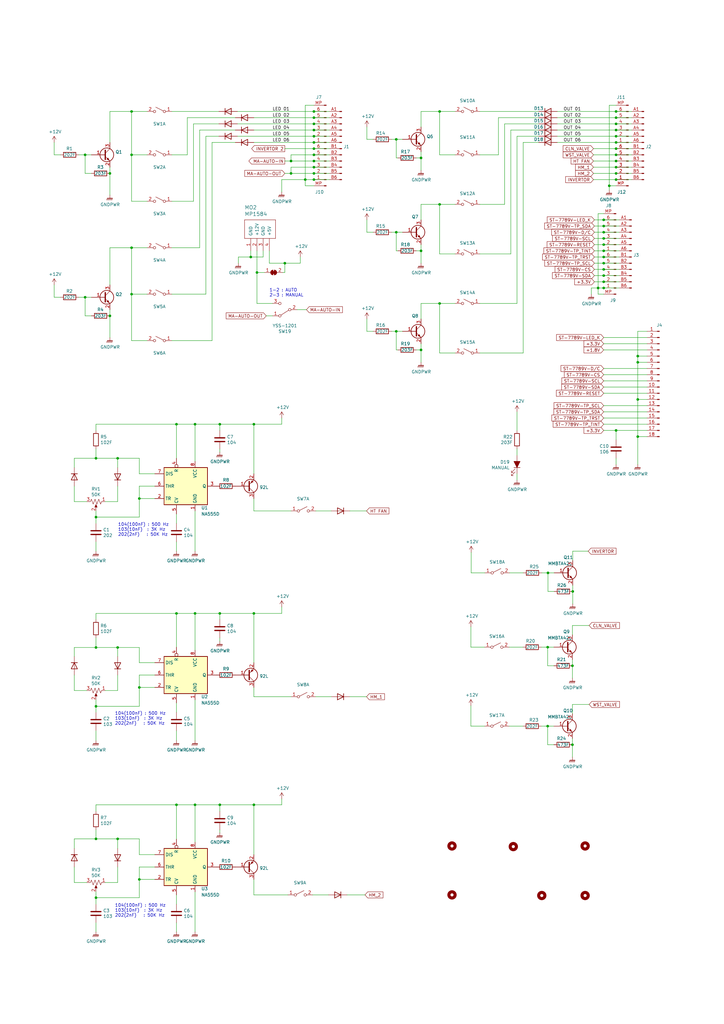
<source format=kicad_sch>
(kicad_sch (version 20231120) (generator "eeschema") (generator_version "8.0")
  (paper "A3" portrait)
  (title_block (title "CamTrol V3.6") (date "2021-12-15"))
  (junction (at 104.14 330.073))
  (junction (at 39.37 344.043))
  (junction (at 180.34 83.82))
  (junction (at 116.84 107.95))
  (junction (at 261.62 179.07))
  (junction (at 90.17 173.99))
  (junction (at 261.62 163.83))
  (junction (at 247.65 97.79))
  (junction (at 252.73 68.58))
  (junction (at 128.778 63.5))
  (junction (at 34.925 63.5))
  (junction (at 252.73 63.5))
  (junction (at 252.73 53.34))
  (junction (at 53.975 45.72))
  (junction (at 247.65 92.71))
  (junction (at 162.56 135.89))
  (junction (at 224.663 265.43))
  (junction (at 57.15 204.47))
  (junction (at 34.925 121.92))
  (junction (at 180.34 45.72))
  (junction (at 128.778 58.42))
  (junction (at 247.65 100.33))
  (junction (at 119.38 66.04))
  (junction (at 57.15 281.94))
  (junction (at 128.778 68.58))
  (junction (at 48.26 265.557))
  (junction (at 128.778 48.26))
  (junction (at 252.73 45.72))
  (junction (at 252.73 176.53))
  (junction (at 247.65 115.57))
  (junction (at 234.823 273.05))
  (junction (at 252.73 50.8))
  (junction (at 247.65 110.49))
  (junction (at 252.73 48.26))
  (junction (at 125.222 73.66))
  (junction (at 39.37 187.96))
  (junction (at 57.15 360.68))
  (junction (at 247.65 102.87))
  (junction (at 128.778 50.8))
  (junction (at 247.65 90.17))
  (junction (at 53.975 63.5))
  (junction (at 247.65 105.41))
  (junction (at 104.14 173.99))
  (junction (at 104.14 251.587))
  (junction (at 45.085 129.54))
  (junction (at 105.41 111.76))
  (junction (at 39.37 368.173))
  (junction (at 39.37 289.687))
  (junction (at 247.65 118.11))
  (junction (at 252.73 60.96))
  (junction (at 119.38 71.12))
  (junction (at 128.778 73.66))
  (junction (at 72.39 251.587))
  (junction (at 247.65 107.95))
  (junction (at 128.778 60.96))
  (junction (at 172.72 102.87))
  (junction (at 80.01 330.073))
  (junction (at 247.65 113.03))
  (junction (at 252.73 58.42))
  (junction (at 128.778 53.34))
  (junction (at 234.823 305.435))
  (junction (at 261.62 148.59))
  (junction (at 247.65 95.25))
  (junction (at 245.364 118.11))
  (junction (at 39.37 265.557))
  (junction (at 72.39 330.073))
  (junction (at 224.663 297.815))
  (junction (at 90.17 330.073))
  (junction (at 172.72 143.51))
  (junction (at 252.73 55.88))
  (junction (at 252.73 73.66))
  (junction (at 80.01 251.587))
  (junction (at 261.62 146.05))
  (junction (at 252.73 71.12))
  (junction (at 90.17 251.587))
  (junction (at 234.95 242.57))
  (junction (at 249.936 76.2))
  (junction (at 172.72 64.77))
  (junction (at 128.778 55.88))
  (junction (at 53.975 101.6))
  (junction (at 128.778 45.72))
  (junction (at 128.778 66.04))
  (junction (at 162.56 57.15))
  (junction (at 48.26 187.96))
  (junction (at 39.37 212.09))
  (junction (at 180.34 124.46))
  (junction (at 80.01 173.99))
  (junction (at 48.26 344.043))
  (junction (at 162.56 95.25))
  (junction (at 53.975 120.65))
  (junction (at 128.778 71.12))
  (junction (at 45.085 71.12))
  (junction (at 72.39 173.99))
  (junction (at 252.73 66.04))
  (junction (at 224.79 234.95))
  (junction (at 102.87 105.41))
  (wire (pts (xy 104.14 367.03) (xy 118.11 367.03)))
  (wire (pts (xy 150.495 95.25) (xy 153.035 95.25)))
  (wire (pts (xy 242.57 118.11) (xy 245.364 118.11)))
  (wire (pts (xy 123.19 107.95) (xy 123.19 105.41)))
  (wire (pts (xy 39.37 340.36) (xy 39.37 344.043)))
  (wire (pts (xy 72.39 187.96) (xy 72.39 173.99)))
  (wire (pts (xy 212.09 196.85) (xy 212.09 194.31)))
  (wire (pts (xy 172.72 148.59) (xy 172.72 143.51)))
  (wire (pts (xy 104.14 285.75) (xy 119.38 285.75)))
  (wire (pts (xy 72.39 367.03) (xy 72.39 370.84)))
  (wire (pts (xy 57.15 360.68) (xy 57.15 368.173)))
  (wire (pts (xy 39.37 344.043) (xy 30.48 344.043)))
  (wire (pts (xy 105.41 111.76) (xy 105.41 124.46)))
  (wire (pts (xy 162.56 143.51) (xy 163.195 143.51)))
  (wire (pts (xy 220.98 58.42) (xy 214.63 58.42)))
  (wire (pts (xy 119.38 63.5) (xy 119.38 66.04)))
  (wire (pts (xy 90.17 173.99) (xy 80.01 173.99)))
  (wire (pts (xy 89.789 50.8) (xy 79.375 50.8)))
  (wire (pts (xy 172.72 64.77) (xy 172.72 62.23)))
  (wire (pts (xy 80.01 330.073) (xy 72.39 330.073)))
  (wire (pts (xy 45.085 45.72) (xy 53.975 45.72)))
  (wire (pts (xy 245.364 87.63) (xy 245.364 118.11)))
  (wire (pts (xy 119.38 63.5) (xy 128.778 63.5)))
  (wire (pts (xy 43.18 205.74) (xy 48.26 205.74)))
  (wire (pts (xy 53.975 82.55) (xy 60.325 82.55)))
  (wire (pts (xy 128.778 50.8) (xy 135.128 50.8)))
  (wire (pts (xy 109.22 129.54) (xy 111.76 129.54)))
  (wire (pts (xy 72.39 288.29) (xy 72.39 292.1)))
  (wire (pts (xy 43.18 361.95) (xy 48.26 361.95)))
  (wire (pts (xy 247.65 153.67) (xy 265.43 153.67)))
  (wire (pts (xy 150.495 52.07) (xy 150.495 57.15)))
  (wire (pts (xy 150.368 209.55) (xy 143.51 209.55)))
  (wire (pts (xy 104.14 48.26) (xy 128.778 48.26)))
  (wire (pts (xy 57.15 265.557) (xy 48.26 265.557)))
  (wire (pts (xy 39.37 330.073) (xy 39.37 332.74)))
  (wire (pts (xy 115.57 327.66) (xy 115.57 330.073)))
  (wire (pts (xy 193.167 257.048) (xy 193.167 265.43)))
  (wire (pts (xy 115.57 171.45) (xy 115.57 173.99)))
  (wire (pts (xy 196.85 104.14) (xy 209.55 104.14)))
  (wire (pts (xy 261.62 148.59) (xy 261.62 146.05)))
  (wire (pts (xy 128.778 68.58) (xy 135.128 68.58)))
  (wire (pts (xy 104.14 281.94) (xy 104.14 285.75)))
  (wire (pts (xy 243.84 113.03) (xy 247.65 113.03)))
  (wire (pts (xy 193.167 297.815) (xy 198.755 297.815)))
  (wire (pts (xy 243.84 100.33) (xy 247.65 100.33)))
  (wire (pts (xy 119.38 71.12) (xy 128.778 71.12)))
  (wire (pts (xy 252.73 63.5) (xy 259.08 63.5)))
  (wire (pts (xy 243.459 60.96) (xy 252.73 60.96)))
  (wire (pts (xy 104.14 209.55) (xy 119.38 209.55)))
  (wire (pts (xy 125.222 76.2) (xy 128.778 76.2)))
  (wire (pts (xy 247.65 92.71) (xy 254 92.71)))
  (wire (pts (xy 32.385 121.92) (xy 34.925 121.92)))
  (wire (pts (xy 30.48 355.6) (xy 30.48 361.95)))
  (wire (pts (xy 53.975 101.6) (xy 53.975 120.65)))
  (wire (pts (xy 116.84 60.96) (xy 128.778 60.96)))
  (wire (pts (xy 39.37 382.143) (xy 39.37 378.46)))
  (wire (pts (xy 212.09 55.88) (xy 212.09 124.46)))
  (wire (pts (xy 30.48 344.043) (xy 30.48 347.98)))
  (wire (pts (xy 57.15 187.96) (xy 48.26 187.96)))
  (wire (pts (xy 208.915 265.43) (xy 214.503 265.43)))
  (wire (pts (xy 53.975 120.65) (xy 60.325 120.65)))
  (wire (pts (xy 243.84 95.25) (xy 247.65 95.25)))
  (wire (pts (xy 57.15 199.39) (xy 57.15 204.47)))
  (wire (pts (xy 234.823 273.05) (xy 234.823 270.51)))
  (wire (pts (xy 48.26 205.74) (xy 48.26 199.39)))
  (wire (pts (xy 196.85 83.82) (xy 207.01 83.82)))
  (wire (pts (xy 196.85 124.46) (xy 212.09 124.46)))
  (wire (pts (xy 39.37 289.687) (xy 39.37 287.02)))
  (wire (pts (xy 180.34 45.72) (xy 180.34 63.5)))
  (wire (pts (xy 247.65 95.25) (xy 254 95.25)))
  (wire (pts (xy 72.39 299.72) (xy 72.39 303.657)))
  (wire (pts (xy 125.222 43.18) (xy 125.222 73.66)))
  (wire (pts (xy 80.01 251.587) (xy 72.39 251.587)))
  (wire (pts (xy 53.975 63.5) (xy 53.975 82.55)))
  (wire (pts (xy 72.39 251.587) (xy 39.37 251.587)))
  (wire (pts (xy 224.663 273.05) (xy 224.663 265.43)))
  (wire (pts (xy 252.73 55.88) (xy 259.08 55.88)))
  (wire (pts (xy 172.72 52.07) (xy 172.72 45.72)))
  (wire (pts (xy 30.48 205.74) (xy 35.56 205.74)))
  (wire (pts (xy 57.15 368.173) (xy 39.37 368.173)))
  (wire (pts (xy 30.48 283.21) (xy 35.56 283.21)))
  (wire (pts (xy 53.975 63.5) (xy 60.325 63.5)))
  (wire (pts (xy 252.73 73.66) (xy 259.08 73.66)))
  (wire (pts (xy 247.65 87.63) (xy 245.364 87.63)))
  (wire (pts (xy 162.56 102.87) (xy 163.195 102.87)))
  (wire (pts (xy 39.37 303.657) (xy 39.37 299.72)))
  (wire (pts (xy 245.364 118.11) (xy 247.65 118.11)))
  (wire (pts (xy 70.485 82.55) (xy 79.375 82.55)))
  (wire (pts (xy 252.73 176.53) (xy 265.43 176.53)))
  (wire (pts (xy 70.485 45.72) (xy 89.789 45.72)))
  (wire (pts (xy 222.25 234.95) (xy 224.79 234.95)))
  (wire (pts (xy 207.01 50.8) (xy 207.01 83.82)))
  (wire (pts (xy 104.14 251.587) (xy 104.14 271.78)))
  (wire (pts (xy 180.34 124.46) (xy 186.69 124.46)))
  (wire (pts (xy 224.79 242.57) (xy 227.33 242.57)))
  (wire (pts (xy 128.778 53.34) (xy 135.128 53.34)))
  (wire (pts (xy 243.459 73.66) (xy 252.73 73.66)))
  (wire (pts (xy 162.56 143.51) (xy 162.56 135.89)))
  (wire (pts (xy 172.72 90.17) (xy 172.72 83.82)))
  (wire (pts (xy 53.975 101.6) (xy 60.325 101.6)))
  (wire (pts (xy 119.38 66.04) (xy 128.778 66.04)))
  (wire (pts (xy 252.73 66.04) (xy 259.08 66.04)))
  (wire (pts (xy 48.26 191.77) (xy 48.26 187.96)))
  (wire (pts (xy 193.294 226.568) (xy 193.294 234.95)))
  (wire (pts (xy 243.84 107.95) (xy 247.65 107.95)))
  (wire (pts (xy 243.84 115.57) (xy 247.65 115.57)))
  (wire (pts (xy 135.89 209.55) (xy 129.54 209.55)))
  (wire (pts (xy 119.38 66.04) (xy 116.84 66.04)))
  (wire (pts (xy 45.085 45.72) (xy 45.085 58.42)))
  (wire (pts (xy 121.92 127) (xy 125.73 127)))
  (wire (pts (xy 234.823 310.515) (xy 234.823 305.435)))
  (wire (pts (xy 107.95 105.41) (xy 107.95 102.87)))
  (wire (pts (xy 125.222 73.66) (xy 125.222 76.2)))
  (wire (pts (xy 170.815 64.77) (xy 172.72 64.77)))
  (wire (pts (xy 90.17 332.74) (xy 90.17 330.073)))
  (wire (pts (xy 247.65 161.29) (xy 265.43 161.29)))
  (wire (pts (xy 57.15 212.09) (xy 39.37 212.09)))
  (wire (pts (xy 209.042 234.95) (xy 214.63 234.95)))
  (wire (pts (xy 104.14 251.587) (xy 90.17 251.587)))
  (wire (pts (xy 247.65 168.91) (xy 265.43 168.91)))
  (wire (pts (xy 45.085 101.6) (xy 45.085 116.84)))
  (wire (pts (xy 108.458 111.76) (xy 105.41 111.76)))
  (wire (pts (xy 261.62 135.89) (xy 265.43 135.89)))
  (wire (pts (xy 252.73 190.5) (xy 252.73 187.96)))
  (wire (pts (xy 45.085 71.12) (xy 45.085 68.58)))
  (wire (pts (xy 48.26 269.24) (xy 48.26 265.557)))
  (wire (pts (xy 247.65 166.37) (xy 265.43 166.37)))
  (wire (pts (xy 247.65 102.87) (xy 254 102.87)))
  (wire (pts (xy 81.915 53.34) (xy 81.915 101.6)))
  (wire (pts (xy 224.663 297.815) (xy 227.203 297.815)))
  (wire (pts (xy 39.37 226.06) (xy 39.37 222.25)))
  (wire (pts (xy 234.95 226.06) (xy 241.3 226.06)))
  (wire (pts (xy 39.37 184.15) (xy 39.37 187.96)))
  (wire (pts (xy 97.79 105.41) (xy 97.79 107.95)))
  (wire (pts (xy 222.123 265.43) (xy 224.663 265.43)))
  (wire (pts (xy 57.15 271.78) (xy 57.15 265.557)))
  (wire (pts (xy 63.5 355.6) (xy 57.15 355.6)))
  (wire (pts (xy 243.84 90.17) (xy 247.65 90.17)))
  (wire (pts (xy 80.01 226.06) (xy 80.01 209.55)))
  (wire (pts (xy 104.14 360.68) (xy 104.14 367.03)))
  (wire (pts (xy 104.14 173.99) (xy 90.17 173.99)))
  (wire (pts (xy 105.41 102.87) (xy 105.41 111.76)))
  (wire (pts (xy 90.17 185.42) (xy 90.17 184.15)))
  (wire (pts (xy 79.375 50.8) (xy 79.375 82.55)))
  (wire (pts (xy 102.87 105.41) (xy 107.95 105.41)))
  (wire (pts (xy 243.84 97.79) (xy 247.65 97.79)))
  (wire (pts (xy 57.15 276.86) (xy 57.15 281.94)))
  (wire (pts (xy 247.65 115.57) (xy 254 115.57)))
  (wire (pts (xy 96.52 48.26) (xy 76.835 48.26)))
  (wire (pts (xy 252.73 45.72) (xy 259.08 45.72)))
  (wire (pts (xy 63.5 271.78) (xy 57.15 271.78)))
  (wire (pts (xy 72.39 210.82) (xy 72.39 214.63)))
  (wire (pts (xy 234.823 288.925) (xy 241.681 288.925)))
  (wire (pts (xy 247.65 176.53) (xy 252.73 176.53)))
  (wire (pts (xy 97.409 50.8) (xy 128.778 50.8)))
  (wire (pts (xy 160.655 135.89) (xy 162.56 135.89)))
  (wire (pts (xy 172.72 69.85) (xy 172.72 64.77)))
  (wire (pts (xy 119.38 68.58) (xy 119.38 71.12)))
  (wire (pts (xy 53.975 120.65) (xy 53.975 139.7)))
  (wire (pts (xy 63.5 194.31) (xy 57.15 194.31)))
  (wire (pts (xy 116.84 71.12) (xy 119.38 71.12)))
  (wire (pts (xy 252.73 48.26) (xy 259.08 48.26)))
  (wire (pts (xy 22.225 58.42) (xy 22.225 63.5)))
  (wire (pts (xy 34.925 121.92) (xy 37.465 121.92)))
  (wire (pts (xy 48.26 344.043) (xy 39.37 344.043)))
  (wire (pts (xy 180.34 144.78) (xy 186.69 144.78)))
  (wire (pts (xy 243.459 66.04) (xy 252.73 66.04)))
  (wire (pts (xy 86.995 58.42) (xy 96.52 58.42)))
  (wire (pts (xy 30.48 187.96) (xy 30.48 191.77)))
  (wire (pts (xy 97.409 45.72) (xy 128.778 45.72)))
  (wire (pts (xy 261.62 179.07) (xy 261.62 163.83)))
  (wire (pts (xy 97.409 55.88) (xy 128.778 55.88)))
  (wire (pts (xy 228.6 58.42) (xy 252.73 58.42)))
  (wire (pts (xy 97.79 105.41) (xy 102.87 105.41)))
  (wire (pts (xy 243.84 110.49) (xy 247.65 110.49)))
  (wire (pts (xy 30.48 265.557) (xy 30.48 269.24)))
  (wire (pts (xy 84.455 55.88) (xy 89.789 55.88)))
  (wire (pts (xy 261.62 163.83) (xy 265.43 163.83)))
  (wire (pts (xy 234.823 288.925) (xy 234.823 292.735)))
  (wire (pts (xy 57.15 344.043) (xy 48.26 344.043)))
  (wire (pts (xy 63.5 204.47) (xy 57.15 204.47)))
  (wire (pts (xy 34.925 129.54) (xy 37.465 129.54)))
  (wire (pts (xy 180.34 63.5) (xy 186.69 63.5)))
  (wire (pts (xy 224.79 242.57) (xy 224.79 234.95)))
  (wire (pts (xy 57.15 289.687) (xy 39.37 289.687)))
  (wire (pts (xy 208.915 297.815) (xy 214.503 297.815)))
  (wire (pts (xy 116.078 111.76) (xy 116.84 111.76)))
  (wire (pts (xy 39.37 187.96) (xy 30.48 187.96)))
  (wire (pts (xy 128.778 60.96) (xy 135.128 60.96)))
  (wire (pts (xy 170.815 143.51) (xy 172.72 143.51)))
  (wire (pts (xy 102.87 102.87) (xy 102.87 105.41)))
  (wire (pts (xy 180.34 83.82) (xy 180.34 104.14)))
  (wire (pts (xy 43.18 283.21) (xy 48.26 283.21)))
  (wire (pts (xy 224.79 234.95) (xy 227.33 234.95)))
  (wire (pts (xy 110.49 107.95) (xy 116.84 107.95)))
  (wire (pts (xy 247.65 118.11) (xy 254 118.11)))
  (wire (pts (xy 160.655 57.15) (xy 162.56 57.15)))
  (wire (pts (xy 104.14 330.073) (xy 90.17 330.073)))
  (wire (pts (xy 39.37 212.09) (xy 39.37 209.55)))
  (wire (pts (xy 39.37 173.99) (xy 39.37 176.53)))
  (wire (pts (xy 80.01 303.657) (xy 80.01 287.02)))
  (wire (pts (xy 247.65 107.95) (xy 254 107.95)))
  (wire (pts (xy 30.48 276.86) (xy 30.48 283.21)))
  (wire (pts (xy 115.57 73.66) (xy 125.222 73.66)))
  (wire (pts (xy 150.368 285.75) (xy 143.51 285.75)))
  (wire (pts (xy 247.65 110.49) (xy 254 110.49)))
  (wire (pts (xy 63.5 276.86) (xy 57.15 276.86)))
  (wire (pts (xy 252.73 53.34) (xy 259.08 53.34)))
  (wire (pts (xy 180.34 124.46) (xy 180.34 144.78)))
  (wire (pts (xy 220.98 55.88) (xy 212.09 55.88)))
  (wire (pts (xy 252.73 68.58) (xy 259.08 68.58)))
  (wire (pts (xy 170.815 102.87) (xy 172.72 102.87)))
  (wire (pts (xy 234.823 278.13) (xy 234.823 273.05)))
  (wire (pts (xy 128.778 58.42) (xy 135.128 58.42)))
  (wire (pts (xy 34.925 71.12) (xy 34.925 63.5)))
  (wire (pts (xy 48.26 361.95) (xy 48.26 355.6)))
  (wire (pts (xy 172.72 143.51) (xy 172.72 140.97)))
  (wire (pts (xy 90.17 254) (xy 90.17 251.587)))
  (wire (pts (xy 70.485 101.6) (xy 81.915 101.6)))
  (wire (pts (xy 247.65 120.65) (xy 245.364 120.65)))
  (wire (pts (xy 63.5 281.94) (xy 57.15 281.94)))
  (wire (pts (xy 63.5 350.52) (xy 57.15 350.52)))
  (wire (pts (xy 53.975 139.7) (xy 60.325 139.7)))
  (wire (pts (xy 115.57 330.073) (xy 104.14 330.073)))
  (wire (pts (xy 48.26 347.98) (xy 48.26 344.043)))
  (wire (pts (xy 135.89 285.75) (xy 129.54 285.75)))
  (wire (pts (xy 90.17 251.587) (xy 80.01 251.587)))
  (wire (pts (xy 228.6 55.88) (xy 252.73 55.88)))
  (wire (pts (xy 57.15 355.6) (xy 57.15 360.68)))
  (wire (pts (xy 224.663 273.05) (xy 227.203 273.05)))
  (wire (pts (xy 128.778 55.88) (xy 135.128 55.88)))
  (wire (pts (xy 86.995 139.7) (xy 86.995 58.42)))
  (wire (pts (xy 252.73 43.18) (xy 249.936 43.18)))
  (wire (pts (xy 162.56 95.25) (xy 165.1 95.25)))
  (wire (pts (xy 105.41 124.46) (xy 111.76 124.46)))
  (wire (pts (xy 162.56 64.77) (xy 163.195 64.77)))
  (wire (pts (xy 34.925 129.54) (xy 34.925 121.92)))
  (wire (pts (xy 128.778 43.18) (xy 125.222 43.18)))
  (wire (pts (xy 57.15 194.31) (xy 57.15 187.96)))
  (wire (pts (xy 72.39 265.43) (xy 72.39 251.587)))
  (wire (pts (xy 247.65 151.13) (xy 265.43 151.13)))
  (wire (pts (xy 72.39 330.073) (xy 39.37 330.073)))
  (wire (pts (xy 196.85 45.72) (xy 220.98 45.72)))
  (wire (pts (xy 162.56 57.15) (xy 162.56 64.77)))
  (wire (pts (xy 128.778 66.04) (xy 135.128 66.04)))
  (wire (pts (xy 261.62 163.83) (xy 261.62 148.59)))
  (wire (pts (xy 70.485 120.65) (xy 84.455 120.65)))
  (wire (pts (xy 247.65 156.21) (xy 265.43 156.21)))
  (wire (pts (xy 116.84 107.95) (xy 116.84 111.76)))
  (wire (pts (xy 228.6 45.72) (xy 252.73 45.72)))
  (wire (pts (xy 128.27 367.03) (xy 134.747 367.03)))
  (wire (pts (xy 261.62 190.5) (xy 261.62 179.07)))
  (wire (pts (xy 72.39 222.25) (xy 72.39 226.06)))
  (wire (pts (xy 125.222 73.66) (xy 128.778 73.66)))
  (wire (pts (xy 70.485 63.5) (xy 76.835 63.5)))
  (wire (pts (xy 72.39 344.17) (xy 72.39 330.073)))
  (wire (pts (xy 243.459 63.5) (xy 252.73 63.5)))
  (wire (pts (xy 63.5 360.68) (xy 57.15 360.68)))
  (wire (pts (xy 172.72 130.81) (xy 172.72 124.46)))
  (wire (pts (xy 34.925 71.12) (xy 37.465 71.12)))
  (wire (pts (xy 247.65 97.79) (xy 254 97.79)))
  (wire (pts (xy 104.14 204.47) (xy 104.14 209.55)))
  (wire (pts (xy 261.62 146.05) (xy 265.43 146.05)))
  (wire (pts (xy 128.778 48.26) (xy 135.128 48.26)))
  (wire (pts (xy 196.85 63.5) (xy 204.47 63.5)))
  (wire (pts (xy 180.34 104.14) (xy 186.69 104.14)))
  (wire (pts (xy 180.34 45.72) (xy 186.69 45.72)))
  (wire (pts (xy 214.63 58.42) (xy 214.63 144.78)))
  (wire (pts (xy 90.17 341.503) (xy 90.17 340.36)))
  (wire (pts (xy 90.17 176.53) (xy 90.17 173.99)))
  (wire (pts (xy 80.01 189.23) (xy 80.01 173.99)))
  (wire (pts (xy 247.65 171.45) (xy 265.43 171.45)))
  (wire (pts (xy 22.225 116.84) (xy 22.225 121.92)))
  (wire (pts (xy 193.167 265.43) (xy 198.755 265.43)))
  (wire (pts (xy 234.823 305.435) (xy 234.823 302.895)))
  (wire (pts (xy 252.73 71.12) (xy 259.08 71.12)))
  (wire (pts (xy 128.778 45.72) (xy 135.128 45.72)))
  (wire (pts (xy 261.62 148.59) (xy 265.43 148.59)))
  (wire (pts (xy 261.62 179.07) (xy 265.43 179.07)))
  (wire (pts (xy 172.72 102.87) (xy 172.72 100.33)))
  (wire (pts (xy 104.14 58.42) (xy 128.778 58.42)))
  (wire (pts (xy 247.65 105.41) (xy 254 105.41)))
  (wire (pts (xy 115.57 78.74) (xy 115.57 73.66)))
  (wire (pts (xy 224.663 305.435) (xy 227.203 305.435)))
  (wire (pts (xy 150.495 130.81) (xy 150.495 135.89)))
  (wire (pts (xy 204.47 48.26) (xy 220.98 48.26)))
  (wire (pts (xy 150.495 90.17) (xy 150.495 95.25)))
  (wire (pts (xy 57.15 350.52) (xy 57.15 344.043)))
  (wire (pts (xy 22.225 121.92) (xy 24.765 121.92)))
  (wire (pts (xy 252.73 60.96) (xy 259.08 60.96)))
  (wire (pts (xy 172.72 107.95) (xy 172.72 102.87)))
  (wire (pts (xy 247.65 158.75) (xy 265.43 158.75)))
  (wire (pts (xy 90.17 263.017) (xy 90.17 261.62)))
  (wire (pts (xy 32.385 63.5) (xy 34.925 63.5)))
  (wire (pts (xy 80.01 173.99) (xy 72.39 173.99)))
  (wire (pts (xy 30.48 199.39) (xy 30.48 205.74)))
  (wire (pts (xy 243.84 105.41) (xy 247.65 105.41)))
  (wire (pts (xy 115.57 251.587) (xy 104.14 251.587)))
  (wire (pts (xy 224.663 265.43) (xy 227.203 265.43)))
  (wire (pts (xy 212.09 168.91) (xy 212.09 176.53)))
  (wire (pts (xy 110.49 102.87) (xy 110.49 107.95)))
  (wire (pts (xy 193.167 289.433) (xy 193.167 297.815)))
  (wire (pts (xy 224.663 305.435) (xy 224.663 297.815)))
  (wire (pts (xy 39.37 368.173) (xy 39.37 365.76)))
  (wire (pts (xy 119.38 68.58) (xy 128.778 68.58)))
  (wire (pts (xy 162.56 57.15) (xy 165.1 57.15)))
  (wire (pts (xy 209.55 53.34) (xy 220.98 53.34)))
  (wire (pts (xy 209.55 53.34) (xy 209.55 104.14)))
  (wire (pts (xy 80.01 345.44) (xy 80.01 330.073)))
  (wire (pts (xy 172.72 45.72) (xy 180.34 45.72)))
  (wire (pts (xy 104.14 173.99) (xy 104.14 194.31)))
  (wire (pts (xy 39.37 251.587) (xy 39.37 254)))
  (wire (pts (xy 128.778 71.12) (xy 135.128 71.12)))
  (wire (pts (xy 104.14 53.34) (xy 128.778 53.34)))
  (wire (pts (xy 30.48 361.95) (xy 35.56 361.95)))
  (wire (pts (xy 228.6 50.8) (xy 252.73 50.8)))
  (wire (pts (xy 247.65 100.33) (xy 254 100.33)))
  (wire (pts (xy 249.936 76.2) (xy 252.73 76.2)))
  (wire (pts (xy 90.17 330.073) (xy 80.01 330.073)))
  (wire (pts (xy 261.62 146.05) (xy 261.62 135.89)))
  (wire (pts (xy 128.778 73.66) (xy 135.128 73.66)))
  (wire (pts (xy 57.15 204.47) (xy 57.15 212.09)))
  (wire (pts (xy 252.73 176.53) (xy 252.73 180.34)))
  (wire (pts (xy 80.01 266.7) (xy 80.01 251.587)))
  (wire (pts (xy 247.65 173.99) (xy 265.43 173.99)))
  (wire (pts (xy 70.485 139.7) (xy 86.995 139.7)))
  (wire (pts (xy 162.56 102.87) (xy 162.56 95.25)))
  (wire (pts (xy 243.84 92.71) (xy 247.65 92.71)))
  (wire (pts (xy 245.364 120.65) (xy 245.364 118.11)))
  (wire (pts (xy 80.01 382.143) (xy 80.01 365.76)))
  (wire (pts (xy 63.5 199.39) (xy 57.15 199.39)))
  (wire (pts (xy 48.26 283.21) (xy 48.26 276.86)))
  (wire (pts (xy 22.225 63.5) (xy 24.765 63.5)))
  (wire (pts (xy 234.823 256.54) (xy 241.681 256.54)))
  (wire (pts (xy 39.37 214.63) (xy 39.37 212.09)))
  (wire (pts (xy 249.936 76.2) (xy 249.936 77.978)))
  (wire (pts (xy 53.975 45.72) (xy 60.325 45.72)))
  (wire (pts (xy 207.01 50.8) (xy 220.98 50.8)))
  (wire (pts (xy 39.37 292.1) (xy 39.37 289.687)))
  (wire (pts (xy 150.495 135.89) (xy 153.035 135.89)))
  (wire (pts (xy 76.835 48.26) (xy 76.835 63.5)))
  (wire (pts (xy 39.37 261.62) (xy 39.37 265.557)))
  (wire (pts (xy 72.39 378.46) (xy 72.39 382.143)))
  (wire (pts (xy 45.085 80.01) (xy 45.085 71.12)))
  (wire (pts (xy 84.455 55.88) (xy 84.455 120.65)))
  (wire (pts (xy 172.72 83.82) (xy 180.34 83.82)))
  (wire (pts (xy 243.459 68.58) (xy 252.73 68.58)))
  (wire (pts (xy 222.123 297.815) (xy 224.663 297.815)))
  (wire (pts (xy 180.34 83.82) (xy 186.69 83.82)))
  (wire (pts (xy 115.57 173.99) (xy 104.14 173.99)))
  (wire (pts (xy 247.65 113.03) (xy 254 113.03)))
  (wire (pts (xy 228.6 53.34) (xy 252.73 53.34)))
  (wire (pts (xy 252.73 58.42) (xy 259.08 58.42)))
  (wire (pts (xy 228.6 48.26) (xy 252.73 48.26)))
  (wire (pts (xy 234.823 256.54) (xy 234.823 260.35)))
  (wire (pts (xy 115.57 248.92) (xy 115.57 251.587)))
  (wire (pts (xy 204.47 63.5) (xy 204.47 48.26)))
  (wire (pts (xy 150.495 57.15) (xy 153.035 57.15)))
  (wire (pts (xy 247.65 90.17) (xy 254 90.17)))
  (wire (pts (xy 234.95 226.06) (xy 234.95 229.87)))
  (wire (pts (xy 196.85 144.78) (xy 214.63 144.78)))
  (wire (pts (xy 39.37 370.84) (xy 39.37 368.173)))
  (wire (pts (xy 45.085 129.54) (xy 45.085 127)))
  (wire (pts (xy 45.085 138.43) (xy 45.085 129.54)))
  (wire (pts (xy 243.84 102.87) (xy 247.65 102.87)))
  (wire (pts (xy 162.56 135.89) (xy 165.1 135.89)))
  (wire (pts (xy 243.459 71.12) (xy 252.73 71.12)))
  (wire (pts (xy 96.52 53.34) (xy 81.915 53.34)))
  (wire (pts (xy 48.26 187.96) (xy 39.37 187.96)))
  (wire (pts (xy 247.65 140.97) (xy 265.43 140.97)))
  (wire (pts (xy 193.294 234.95) (xy 198.882 234.95)))
  (wire (pts (xy 212.09 186.69) (xy 212.09 184.15)))
  (wire (pts (xy 149.733 367.03) (xy 142.367 367.03)))
  (wire (pts (xy 234.95 242.57) (xy 234.95 240.03)))
  (wire (pts (xy 172.72 124.46) (xy 180.34 124.46)))
  (wire (pts (xy 242.57 120.65) (xy 242.57 118.11)))
  (wire (pts (xy 39.37 265.557) (xy 30.48 265.557)))
  (wire (pts (xy 72.39 173.99) (xy 39.37 173.99)))
  (wire (pts (xy 45.085 101.6) (xy 53.975 101.6)))
  (wire (pts (xy 247.65 138.43) (xy 265.43 138.43)))
  (wire (pts (xy 160.655 95.25) (xy 162.56 95.25)))
  (wire (pts (xy 57.15 281.94) (xy 57.15 289.687)))
  (wire (pts (xy 104.14 330.073) (xy 104.14 350.52)))
  (wire (pts (xy 34.925 63.5) (xy 37.465 63.5)))
  (wire (pts (xy 247.65 143.51) (xy 265.43 143.51)))
  (wire (pts (xy 53.975 45.72) (xy 53.975 63.5)))
  (wire (pts (xy 252.73 50.8) (xy 259.08 50.8)))
  (wire (pts (xy 234.95 247.65) (xy 234.95 242.57)))
  (wire (pts (xy 249.936 43.18) (xy 249.936 76.2)))
  (wire (pts (xy 116.84 107.95) (xy 123.19 107.95)))
  (wire (pts (xy 48.26 265.557) (xy 39.37 265.557)))
  (wire (pts (xy 128.778 63.5) (xy 135.128 63.5)))
  (text "1-2 : AUTO\n2-3 : MANUAL" (at 110.49 121.92 0) (effects (font (size 1.27 1.27)) (justify left bottom)))
  (text "104(100nF) : 500 Hz\n103(10nF)  : 3K Hz\n202(2nF)   : 50K Hz" (at 47.117 297.561 0) (effects (font (size 1.27 1.27)) (justify left bottom)))
  (text "104(100nF) : 500 Hz\n103(10nF)  : 3K Hz\n202(2nF)   : 50K Hz" (at 47.117 376.301 0) (effects (font (size 1.27 1.27)) (justify left bottom)))
  (text "104(100nF) : 500 Hz\n103(10nF)  : 3K Hz\n202(2nF)   : 50K Hz" (at 48.387 220.091 0) (effects (font (size 1.27 1.27)) (justify left bottom)))
  (text "FULL HOUSE\nDANURI\nJEIL BEST" (at 23.495 -40.005 0) (effects (font (size 10 10)) (justify left bottom)))
  (label "OUT 03" (at 231.14 50.8 0))
  (label "OUT 02" (at 231.14 48.26 0))
  (label "LED 04" (at 111.76 53.34 0))
  (label "LED 02" (at 111.76 48.26 0))
  (label "OUT 04" (at 231.14 53.34 0))
  (label "OUT 05" (at 231.14 55.88 0))
  (label "LED 03" (at 111.76 50.8 0))
  (label "OUT 01" (at 231.14 45.72 0))
  (label "LED 01" (at 111.76 45.72 0))
  (label "OUT 06" (at 231.14 58.42 0))
  (label "LED 05" (at 111.76 55.88 0))
  (label "LED 06" (at 111.76 58.42 0))
  (global_label "+3.3V" (shape input) (at 243.84 115.57 180) (property "Intersheetrefs" "${INTERSHEET_REFS}" (effects (hide yes))))
  (global_label "ST-7789V-CS" (shape input) (at 247.65 153.67 180) (property "Intersheetrefs" "${INTERSHEET_REFS}" (effects (hide yes))))
  (global_label "INVERTOR" (shape input) (at 243.459 73.66 180) (property "Intersheetrefs" "${INTERSHEET_REFS}" (effects (hide yes))))
  (global_label "HM_2" (shape input) (at 149.733 367.03 0) (property "Intersheetrefs" "${INTERSHEET_REFS}" (effects (hide yes))))
  (global_label "ST-7789V-TP_TINT" (shape input) (at 247.65 173.99 180) (property "Intersheetrefs" "${INTERSHEET_REFS}" (effects (hide yes))))
  (global_label "ST-7789V-D{slash}C" (shape input) (at 247.65 151.13 180) (property "Intersheetrefs" "${INTERSHEET_REFS}" (effects (hide yes))))
  (global_label "HT FAN" (shape input) (at 150.368 209.55 0) (property "Intersheetrefs" "${INTERSHEET_REFS}" (effects (hide yes))))
  (global_label "ST-7789V-CS" (shape input) (at 243.84 110.49 180) (property "Intersheetrefs" "${INTERSHEET_REFS}" (effects (hide yes))))
  (global_label "ST-7789V-SDA" (shape input) (at 247.65 158.75 180) (property "Intersheetrefs" "${INTERSHEET_REFS}" (effects (hide yes))))
  (global_label "WST_VALVE" (shape input) (at 241.681 288.925 0) (property "Intersheetrefs" "${INTERSHEET_REFS}" (effects (hide yes))))
  (global_label "HM_1" (shape input) (at 243.459 68.58 180) (property "Intersheetrefs" "${INTERSHEET_REFS}" (effects (hide yes))))
  (global_label "ST-7789V-SCL" (shape input) (at 247.65 156.21 180) (property "Intersheetrefs" "${INTERSHEET_REFS}" (effects (hide yes))))
  (global_label "HM_1" (shape input) (at 150.368 285.75 0) (property "Intersheetrefs" "${INTERSHEET_REFS}" (effects (hide yes))))
  (global_label "ST-7789V-TP_TRST" (shape input) (at 247.65 171.45 180) (property "Intersheetrefs" "${INTERSHEET_REFS}" (effects (hide yes))))
  (global_label "ST-7789V-TP_TINT" (shape input) (at 243.84 102.87 180) (property "Intersheetrefs" "${INTERSHEET_REFS}" (effects (hide yes))))
  (global_label "HT FAN" (shape input) (at 243.459 66.04 180) (property "Intersheetrefs" "${INTERSHEET_REFS}" (effects (hide yes))))
  (global_label "CLN_VALVE" (shape input) (at 243.459 60.96 180) (property "Intersheetrefs" "${INTERSHEET_REFS}" (effects (hide yes))))
  (global_label "HM_2" (shape input) (at 243.459 71.12 180) (property "Intersheetrefs" "${INTERSHEET_REFS}" (effects (hide yes))))
  (global_label "ST-7789V-SDA" (shape input) (at 243.84 113.03 180) (property "Intersheetrefs" "${INTERSHEET_REFS}" (effects (hide yes))))
  (global_label "ST-7789V-TP_SDA" (shape input) (at 243.84 92.71 180) (property "Intersheetrefs" "${INTERSHEET_REFS}" (effects (hide yes))))
  (global_label "ST-7789V-TP_SCL" (shape input) (at 247.65 166.37 180) (property "Intersheetrefs" "${INTERSHEET_REFS}" (effects (hide yes))))
  (global_label "ST-7789V-SCL" (shape input) (at 243.84 97.79 180) (property "Intersheetrefs" "${INTERSHEET_REFS}" (effects (hide yes))))
  (global_label "+3.3V" (shape input) (at 247.65 140.97 180) (property "Intersheetrefs" "${INTERSHEET_REFS}" (effects (hide yes))))
  (global_label "CLN_VALVE" (shape input) (at 241.681 256.54 0) (property "Intersheetrefs" "${INTERSHEET_REFS}" (effects (hide yes))))
  (global_label "MA-AUTO-IN" (shape output) (at 116.84 66.04 180) (property "Intersheetrefs" "${INTERSHEET_REFS}" (effects (hide yes))))
  (global_label "ST-7789V-TP_TRST" (shape input) (at 243.84 105.41 180) (property "Intersheetrefs" "${INTERSHEET_REFS}" (effects (hide yes))))
  (global_label "ST-7789V-RESET" (shape input) (at 247.65 161.29 180) (property "Intersheetrefs" "${INTERSHEET_REFS}" (effects (hide yes))))
  (global_label "ST-7789V-LED_K" (shape input) (at 243.84 90.17 180) (property "Intersheetrefs" "${INTERSHEET_REFS}" (effects (hide yes))))
  (global_label "ST-7789V-TP_SDA" (shape input) (at 247.65 168.91 180) (property "Intersheetrefs" "${INTERSHEET_REFS}" (effects (hide yes))))
  (global_label "MA-AUTO-IN" (shape input) (at 125.73 127 0) (property "Intersheetrefs" "${INTERSHEET_REFS}" (effects (hide yes))))
  (global_label "INVERTOR" (shape input) (at 241.3 226.06 0) (property "Intersheetrefs" "${INTERSHEET_REFS}" (effects (hide yes))))
  (global_label "ST-7789V-LED_K" (shape input) (at 247.65 138.43 180) (property "Intersheetrefs" "${INTERSHEET_REFS}" (effects (hide yes))))
  (global_label "ST-7789V-RESET" (shape input) (at 243.84 100.33 180) (property "Intersheetrefs" "${INTERSHEET_REFS}" (effects (hide yes))))
  (global_label "MA-AUTO-OUT" (shape input) (at 116.84 71.12 180) (property "Intersheetrefs" "${INTERSHEET_REFS}" (effects (hide yes))))
  (global_label "+3.3V" (shape input) (at 247.65 176.53 180) (property "Intersheetrefs" "${INTERSHEET_REFS}" (effects (hide yes))))
  (global_label "ST-7789V-D{slash}C" (shape input) (at 243.84 95.25 180) (property "Intersheetrefs" "${INTERSHEET_REFS}" (effects (hide yes))))
  (global_label "ST-7789V-TP_SCL" (shape input) (at 243.84 107.95 180) (property "Intersheetrefs" "${INTERSHEET_REFS}" (effects (hide yes))))
  (global_label "MA-AUTO-OUT" (shape input) (at 109.22 129.54 180) (property "Intersheetrefs" "${INTERSHEET_REFS}" (effects (hide yes))))
  (global_label "INVERTOR 2" (shape output) (at 116.84 60.96 180) (property "Intersheetrefs" "${INTERSHEET_REFS}" (effects (hide yes))))
  (global_label "+1.8V" (shape input) (at 247.65 143.51 180) (property "Intersheetrefs" "${INTERSHEET_REFS}" (effects (hide yes))))
  (global_label "WST_VALVE" (shape input) (at 243.459 63.5 180) (property "Intersheetrefs" "${INTERSHEET_REFS}" (effects (hide yes))))
  (symbol (lib_id "Server_Used:C") (at 90.17 336.55 180) (unit 1)
    (property "Reference" "C9" (at 93.091 335.3816 0) (effects (justify right)))
    (property "Value" "104" (at 93.091 337.693 0) (effects (justify right)))
    (property "Footprint" "Server.pretty:C_0805_HandSoldering" (effects (hide yes)))
  )
  (symbol (lib_id "Device:R_Potentiometer_US") (at 39.37 283.21 270) (unit 1)
    (property "Reference" "RV2" (at 39.37 278.003 90))
    (property "Value" "50K" (at 39.37 280.3144 90))
    (property "Footprint" "Server.pretty:RV09H" (effects (hide yes)))
    (property "Datasheet" "https://www.devicemart.co.kr/goods/view?no=12739" (effects (hide yes)))
  )
  (symbol (lib_id "Server_Used:C") (at 39.37 218.44 180) (unit 1)
    (property "Reference" "C1" (at 42.291 217.2716 0) (effects (justify right)))
    (property "Value" "202" (at 42.291 219.583 0) (effects (justify right)))
    (property "Footprint" "Server.pretty:C_0805_HandSoldering" (effects (hide yes)))
  )
  (symbol (lib_id "Device:Q_PNP_BEC") (at 101.6 276.86 0) (mirror x) (unit 1)
    (property "Reference" "Q4" (effects (hide yes)))
    (property "Value" "92L" (at 106.4514 277.339 0) (effects (justify left)))
    (property "Footprint" "Server.pretty:SOT-23" (effects (hide yes)))
  )
  (symbol (lib_id "Switch:SW_DPST_x2") (at 65.405 45.72 0) (mirror y) (unit 1)
    (property "Reference" "SW1" (at 65.405 50.8 0))
    (property "Value" "YSS-1201" (effects (hide yes)))
    (property "Footprint" "Server.pretty:8.5x8.5_Push_Lock" (effects (hide yes)))
  )
  (symbol (lib_id "Switch:SW_DPST_x2") (at 123.19 367.03 0) (unit 1)
    (property "Reference" "SW9" (at 123.063 362.077 0))
    (property "Value" "YSS-1201" (effects (hide yes)))
    (property "Footprint" "Server.pretty:8.5x8.5_Push_Lock" (effects (hide yes)))
  )
  (symbol (lib_id "power:GNDPWR") (at 172.72 69.85 0) (unit 1)
    (property "Reference" "#PWR026" (effects (hide yes)))
    (property "Value" "GNDPWR" (at 172.8216 73.7616 0))
  )
  (symbol (lib_id "Device:Q_PNP_BEC") (at 101.6 199.39 0) (mirror x) (unit 1)
    (property "Reference" "Q3" (effects (hide yes)))
    (property "Value" "92L" (at 106.4514 199.869 0) (effects (justify left)))
    (property "Footprint" "Server.pretty:SOT-23" (effects (hide yes)))
  )
  (symbol (lib_id "Mechanical:MountingHole") (at 185.42 346.964 0) (unit 1)
    (property "Reference" "H1" (effects (hide yes)))
    (property "Value" "MH" (effects (hide yes)))
    (property "Footprint" "Server.pretty:MountingHole_3.2mm_M3-pcb" (effects (hide yes)))
  )
  (symbol (lib_id "power:+12V") (at 115.57 327.66 0) (unit 1)
    (property "Reference" "#PWR022" (effects (hide yes)))
    (property "Value" "+12V" (at 115.951 323.2658 0))
  )
  (symbol (lib_id "Device:R_Potentiometer_US") (at 39.37 361.95 270) (unit 1)
    (property "Reference" "RV3" (at 39.37 356.743 90))
    (property "Value" "50K" (at 39.37 359.0544 90))
    (property "Footprint" "Server.pretty:RV09H" (effects (hide yes)))
    (property "Datasheet" "https://www.devicemart.co.kr/goods/view?no=12739" (effects (hide yes)))
  )
  (symbol (lib_name "Conn_01x12_Male_1") (lib_id "Connector:Conn_01x12_Male") (at 140.208 58.42 0) (mirror y) (unit 1)
    (property "Reference" "J1" (at 140.9192 60.169 0) (effects (justify right)))
    (property "Value" "Conn_01x12_Male" (effects (hide yes)))
    (property "Footprint" "Server.pretty:SMD_CONN_1x12_P1.270mm" (effects (hide yes)))
  )
  (symbol (lib_name "2SC1815_SMD_5") (lib_id "Server_Used:2SC1815_SMD") (at 170.18 95.25 0) (unit 1)
    (property "Reference" "Q7" (at 168.91 88.9 0) (effects (justify left)))
    (property "Value" "MMBTA42L" (effects (hide yes)))
    (property "Footprint" "Server.pretty:SOT-23" (effects (hide yes)))
    (property "Datasheet" "https://www.devicemart.co.kr/goods/view?no=1327057" (effects (hide yes)))
  )
  (symbol (lib_id "Simulation_SPICE:DIODE") (at 100.33 58.42 180) (unit 1)
    (property "Reference" "D12" (effects (hide yes)))
    (property "Value" "${SIM.PARAMS}" (effects (hide yes)))
    (property "Footprint" "Server.pretty:D_SOD-123" (effects (hide yes)))
    (property "Datasheet" "https://www.partsworld.co.kr/goods/goods_view.php?goodsNo=1000012566" (effects (hide yes)))
    (property "Manufacture" "부품세상" (effects (hide yes)))
    (property "Package" "DO-214AC(SMA)" (effects (hide yes)))
    (property "Price" "44" (effects (hide yes)))
    (property "Sim.Device" "SPICE" (effects (hide yes)))
    (property "Sim.Params" "type=\"D\" model=\"1N4148W\" lib=\"\"" (effects (hide yes)))
    (property "Sim.Pins" "1=1 2=2" (effects (hide yes)))
  )
  (symbol (lib_id "Simulation_SPICE:DIODE") (at 138.557 367.03 0) (unit 1)
    (property "Reference" "D22" (effects (hide yes)))
    (property "Value" "${SIM.PARAMS}" (effects (hide yes)))
    (property "Footprint" "Server.pretty:D_SOD-123" (effects (hide yes)))
    (property "Datasheet" "https://www.partsworld.co.kr/goods/goods_view.php?goodsNo=1000012566" (effects (hide yes)))
    (property "Manufacture" "부품세상" (effects (hide yes)))
    (property "Package" "DO-214AC(SMA)" (effects (hide yes)))
    (property "Price" "44" (effects (hide yes)))
    (property "Sim.Device" "SPICE" (effects (hide yes)))
    (property "Sim.Params" "type=\"D\" model=\"1N4148W\" lib=\"\"" (effects (hide yes)))
    (property "Sim.Pins" "1=1 2=2" (effects (hide yes)))
  )
  (symbol (lib_id "power:+12V") (at 22.225 116.84 0) (unit 1)
    (property "Reference" "#PWR02" (effects (hide yes)))
    (property "Value" "+12V" (at 22.606 112.4458 0))
  )
  (symbol (lib_id "power:GNDPWR") (at 234.95 247.65 0) (unit 1)
    (property "Reference" "#PWR0103" (effects (hide yes)))
    (property "Value" "GNDPWR" (at 235.0516 251.5616 0))
  )
  (symbol (lib_name "Conn_01x06_Pin_4") (lib_id "Connector:Conn_01x06_Pin") (at 133.858 66.04 0) (mirror y) (unit 1)
    (property "Reference" "J10" (at 131.064 78.74 0))
    (property "Value" "Conn_01x06_Pin" (effects (hide yes)))
    (property "Footprint" "Connector_JST:JST_GH_SM06B-GHS-TB_1x06-1MP_P1.25mm_Horizontal" (effects (hide yes)))
    (property "Manufacture" "DEVICEMART" (effects (hide yes)))
    (property "Price" "30" (effects (hide yes)))
  )
  (symbol (lib_id "Server_Used:R") (at 214.503 265.43 90) (mirror x) (unit 1)
    (property "Reference" "R20" (at 219.583 262.89 90) (effects (justify left)))
    (property "Value" "202F" (at 218.313 265.43 90))
    (property "Footprint" "Server.pretty:R_0805_HandSoldering" (effects (hide yes)))
    (property "Price" "50" (effects (hide yes)))
    (property "Manufacture" "부품세상" (effects (hide yes)))
    (property "Package" "2012(0805)" (effects (hide yes)))
    (property "Value_1" "R" (effects (hide yes)))
  )
  (symbol (lib_id "Switch:SW_DPST_x2") (at 65.405 120.65 0) (mirror y) (unit 1)
    (property "Reference" "SW5" (at 65.405 125.73 0))
    (property "Value" "YSS-1201" (effects (hide yes)))
    (property "Footprint" "Server.pretty:8.5x8.5_Push_Lock" (effects (hide yes)))
  )
  (symbol (lib_id "Server_Used:R") (at 39.37 254 0) (unit 1)
    (property "Reference" "R6" (at 41.148 256.6416 0) (effects (justify left)))
    (property "Value" "102F" (at 41.148 258.953 0) (effects (justify left)))
    (property "Footprint" "Server.pretty:R_0805_HandSoldering" (effects (hide yes)))
    (property "Price" "50" (effects (hide yes)))
    (property "Manufacture" "부품세상" (effects (hide yes)))
    (property "Package" "2012(0805)" (effects (hide yes)))
    (property "Value_1" "R" (effects (hide yes)))
  )
  (symbol (lib_id "power:+12V") (at 150.495 90.17 0) (unit 1)
    (property "Reference" "#PWR024" (effects (hide yes)))
    (property "Value" "+12V" (at 150.876 85.7758 0))
  )
  (symbol (lib_id "power:+12V") (at 22.225 58.42 0) (unit 1)
    (property "Reference" "#PWR01" (effects (hide yes)))
    (property "Value" "+12V" (at 22.606 54.0258 0))
  )
  (symbol (lib_id "Switch:SW_DPST_x2") (at 124.46 285.75 0) (unit 1)
    (property "Reference" "SW8" (at 124.333 280.797 0))
    (property "Value" "YSS-1201" (effects (hide yes)))
    (property "Footprint" "Server.pretty:8.5x8.5_Push_Lock" (effects (hide yes)))
  )
  (symbol (lib_id "Simulation_SPICE:DIODE") (at 224.79 53.34 180) (unit 1)
    (property "Reference" "D16" (at 220.98 52.07 0))
    (property "Value" "${SIM.PARAMS}" (effects (hide yes)))
    (property "Footprint" "Server.pretty:D_SOD-123" (effects (hide yes)))
    (property "Datasheet" "https://www.partsworld.co.kr/goods/goods_view.php?goodsNo=1000012566" (effects (hide yes)))
    (property "Manufacture" "부품세상" (effects (hide yes)))
    (property "Package" "DO-214AC(SMA)" (effects (hide yes)))
    (property "Price" "44" (effects (hide yes)))
    (property "Sim.Device" "SPICE" (effects (hide yes)))
    (property "Sim.Params" "type=\"D\" model=\"1N4148W\" lib=\"\"" (effects (hide yes)))
    (property "Sim.Pins" "1=1 2=2" (effects (hide yes)))
  )
  (symbol (lib_id "Server_Used:NA555D") (at 76.2 276.86 0) (unit 1)
    (property "Reference" "U2" (at 82.55 285.75 0) (effects (justify left)))
    (property "Value" "NA555D" (at 82.55 288.29 0) (effects (justify left)))
    (property "Footprint" "Server.pretty:NE555" (effects (hide yes)))
    (property "Datasheet" "http://www.ti.com/lit/ds/symlink/ne555.pdf" (effects (hide yes)))
  )
  (symbol (lib_id "power:+12V") (at 115.57 248.92 0) (unit 1)
    (property "Reference" "#PWR021" (effects (hide yes)))
    (property "Value" "+12V" (at 115.951 244.5258 0))
  )
  (symbol (lib_id "power:GNDPWR") (at 39.37 303.657 0) (unit 1)
    (property "Reference" "#PWR04" (effects (hide yes)))
    (property "Value" "GNDPWR" (at 39.4716 307.5686 0))
  )
  (symbol (lib_id "Mechanical:MountingHole") (at 222.25 367.284 0) (unit 1)
    (property "Reference" "H2" (effects (hide yes)))
    (property "Value" "MH" (effects (hide yes)))
    (property "Footprint" "Server.pretty:MountingHole_3.2mm_M3-pcb" (effects (hide yes)))
  )
  (symbol (lib_id "power:GNDPWR") (at 80.01 226.06 0) (unit 1)
    (property "Reference" "#PWR011" (effects (hide yes)))
    (property "Value" "GNDPWR" (at 80.1116 229.9716 0))
  )
  (symbol (lib_id "Server_Used:R") (at 227.33 242.57 90) (mirror x) (unit 1)
    (property "Reference" "R26" (at 232.41 240.03 90) (effects (justify left)))
    (property "Value" "473F" (at 231.14 242.57 90))
    (property "Footprint" "Server.pretty:R_0805_HandSoldering" (effects (hide yes)))
    (property "Price" "50" (effects (hide yes)))
    (property "Manufacture" "부품세상" (effects (hide yes)))
    (property "Package" "2012(0805)" (effects (hide yes)))
    (property "Value_1" "R" (effects (hide yes)))
  )
  (symbol (lib_id "power:GNDPWR") (at 90.17 341.503 0) (unit 1)
    (property "Reference" "#PWR016" (effects (hide yes)))
    (property "Value" "GNDPWR" (at 90.2716 345.4146 0))
  )
  (symbol (lib_id "Server_Used:R") (at 96.52 199.39 270) (mirror x) (unit 1)
    (property "Reference" "R8" (at 92.71 196.85 90))
    (property "Value" "102F" (at 92.71 199.39 90))
    (property "Footprint" "Server.pretty:R_0805_HandSoldering" (effects (hide yes)))
    (property "Price" "50" (effects (hide yes)))
    (property "Manufacture" "부품세상" (effects (hide yes)))
    (property "Package" "2012(0805)" (effects (hide yes)))
    (property "Value_1" "R" (effects (hide yes)))
  )
  (symbol (lib_name "2SC1815_SMD_5") (lib_id "Server_Used:2SC1815_SMD") (at 232.41 234.95 0) (unit 1)
    (property "Reference" "Q11" (at 231.14 228.6 0) (effects (justify left)))
    (property "Value" "MMBTA42L" (at 224.79 231.14 0) (effects (justify left)))
    (property "Footprint" "Server.pretty:SOT-23" (effects (hide yes)))
    (property "Datasheet" "https://www.devicemart.co.kr/goods/view?no=1327057" (effects (hide yes)))
  )
  (symbol (lib_id "power:GNDPWR") (at 90.17 185.42 0) (unit 1)
    (property "Reference" "#PWR014" (effects (hide yes)))
    (property "Value" "GNDPWR" (at 90.2716 189.3316 0))
  )
  (symbol (lib_id "Server_Used:R") (at 39.37 176.53 0) (unit 1)
    (property "Reference" "R5" (at 41.148 179.1716 0) (effects (justify left)))
    (property "Value" "102F" (at 41.148 181.483 0) (effects (justify left)))
    (property "Footprint" "Server.pretty:R_0805_HandSoldering" (effects (hide yes)))
    (property "Price" "50" (effects (hide yes)))
    (property "Manufacture" "부품세상" (effects (hide yes)))
    (property "Package" "2012(0805)" (effects (hide yes)))
    (property "Value_1" "R" (effects (hide yes)))
  )
  (symbol (lib_id "Server_Used:R") (at 24.765 121.92 90) (mirror x) (unit 1)
    (property "Reference" "R2" (at 29.845 119.38 90) (effects (justify left)))
    (property "Value" "202F" (at 28.575 121.92 90))
    (property "Footprint" "Server.pretty:R_0805_HandSoldering" (effects (hide yes)))
    (property "Price" "50" (effects (hide yes)))
    (property "Manufacture" "부품세상" (effects (hide yes)))
    (property "Package" "2012(0805)" (effects (hide yes)))
    (property "Value_1" "R" (effects (hide yes)))
  )
  (symbol (lib_id "Switch:SW_DPST_x2") (at 191.77 83.82 0) (mirror y) (unit 1)
    (property "Reference" "SW12" (at 191.77 79.375 0))
    (property "Value" "YSS-1201" (effects (hide yes)))
    (property "Footprint" "Server.pretty:8.5x8.5_Push_Lock" (effects (hide yes)))
  )
  (symbol (lib_id "power:GNDPWR") (at 39.37 382.143 0) (unit 1)
    (property "Reference" "#PWR05" (effects (hide yes)))
    (property "Value" "GNDPWR" (at 39.4716 386.0546 0))
  )
  (symbol (lib_id "Connector:Conn_01x18_Pin") (at 270.51 156.21 0) (mirror y) (unit 1)
    (property "Reference" "J4" (at 270.51 133.35 0))
    (property "Value" "Conn_01x12_Male" (effects (hide yes)))
    (property "Footprint" "Server.pretty:Hirose_FH12-18S-0.5SH_1x18-1MP_P0.50mm_Horizontal_ST7789V3-TC" (effects (hide yes)))
  )
  (symbol (lib_id "Server_Used:R") (at 96.52 276.86 270) (mirror x) (unit 1)
    (property "Reference" "R9" (at 92.71 274.32 90))
    (property "Value" "102F" (at 92.71 276.86 90))
    (property "Footprint" "Server.pretty:R_0805_HandSoldering" (effects (hide yes)))
    (property "Price" "50" (effects (hide yes)))
    (property "Manufacture" "부품세상" (effects (hide yes)))
    (property "Package" "2012(0805)" (effects (hide yes)))
    (property "Value_1" "R" (effects (hide yes)))
  )
  (symbol (lib_id "Server_Used:C") (at 90.17 257.81 180) (unit 1)
    (property "Reference" "C8" (at 93.091 256.6416 0) (effects (justify right)))
    (property "Value" "104" (at 93.091 258.953 0) (effects (justify right)))
    (property "Footprint" "Server.pretty:C_0805_HandSoldering" (effects (hide yes)))
  )
  (symbol (lib_id "power:GNDPWR") (at 234.823 310.515 0) (unit 1)
    (property "Reference" "#PWR0104" (effects (hide yes)))
    (property "Value" "GNDPWR" (at 234.9246 314.4266 0))
  )
  (symbol (lib_name "Conn_01x06_Pin_1") (lib_id "Connector:Conn_01x06_Pin") (at 252.73 110.49 0) (mirror y) (unit 1)
    (property "Reference" "J9" (at 251.46 123.19 0))
    (property "Value" "Conn_01x06_Pin" (effects (hide yes)))
    (property "Footprint" "Connector_JST:JST_GH_SM06B-GHS-TB_1x06-1MP_P1.25mm_Horizontal" (effects (hide yes)))
    (property "Manufacture" "DEVICEMART" (effects (hide yes)))
    (property "Price" "30" (effects (hide yes)))
  )
  (symbol (lib_id "Server_Used:R") (at 24.765 63.5 90) (mirror x) (unit 1)
    (property "Reference" "R1" (at 29.845 60.96 90) (effects (justify left)))
    (property "Value" "202F" (at 28.575 63.5 90))
    (property "Footprint" "Server.pretty:R_0805_HandSoldering" (effects (hide yes)))
    (property "Price" "50" (effects (hide yes)))
    (property "Manufacture" "부품세상" (effects (hide yes)))
    (property "Package" "2012(0805)" (effects (hide yes)))
    (property "Value_1" "R" (effects (hide yes)))
  )
  (symbol (lib_id "Mechanical:MountingHole") (at 185.42 367.03 0) (unit 1)
    (property "Reference" "H5" (effects (hide yes)))
    (property "Value" "MH" (effects (hide yes)))
    (property "Footprint" "Server.pretty:MountingHole_3.2mm_M3-pcb" (effects (hide yes)))
  )
  (symbol (lib_id "Jumper:SolderJumper_2_Bridged") (at 112.268 111.76 0) (mirror x) (unit 1)
    (property "Reference" "JP1" (effects (hide yes)))
    (property "Value" "SolderJumper" (effects (hide yes)))
    (property "Footprint" "Solder_Jumper.pretty:SolderJumper-2_P1.3mm_Bridged_RoundedPad1.0x1.5mm" (effects (hide yes)))
  )
  (symbol (lib_id "Switch:SW_DPST_x2") (at 191.77 144.78 0) (mirror y) (unit 1)
    (property "Reference" "SW15" (at 191.77 140.335 0))
    (property "Value" "YSS-1201" (effects (hide yes)))
    (property "Footprint" "Server.pretty:8.5x8.5_Push_Lock" (effects (hide yes)))
  )
  (symbol (lib_id "Simulation_SPICE:DIODE") (at 48.26 273.05 270) (unit 1)
    (property "Reference" "D5" (effects (hide yes)))
    (property "Value" "${SIM.PARAMS}" (effects (hide yes)))
    (property "Footprint" "Server.pretty:D_SOD-123" (effects (hide yes)))
    (property "Datasheet" "https://www.partsworld.co.kr/goods/goods_view.php?goodsNo=1000012566" (effects (hide yes)))
    (property "Manufacture" "부품세상" (effects (hide yes)))
    (property "Package" "DO-214AC(SMA)" (effects (hide yes)))
    (property "Price" "44" (effects (hide yes)))
    (property "Sim.Device" "SPICE" (effects (hide yes)))
    (property "Sim.Params" "type=\"D\" model=\"1N4148W\" lib=\"\"" (effects (hide yes)))
    (property "Sim.Pins" "1=1 2=2" (effects (hide yes)))
  )
  (symbol (lib_id "power:+12V") (at 193.294 226.568 0) (unit 1)
    (property "Reference" "#PWR0102" (effects (hide yes)))
    (property "Value" "+12V" (at 193.675 222.1738 0))
  )
  (symbol (lib_id "Device:Q_PNP_BEC") (at 101.6 355.6 0) (mirror x) (unit 1)
    (property "Reference" "Q5" (effects (hide yes)))
    (property "Value" "92L" (at 106.4514 356.079 0) (effects (justify left)))
    (property "Footprint" "Server.pretty:SOT-23" (effects (hide yes)))
  )
  (symbol (lib_id "Server_Used:R") (at 163.195 102.87 90) (mirror x) (unit 1)
    (property "Reference" "R18" (at 168.275 100.33 90) (effects (justify left)))
    (property "Value" "203F" (at 167.005 102.87 90))
    (property "Footprint" "Server.pretty:R_0805_HandSoldering" (effects (hide yes)))
    (property "Price" "50" (effects (hide yes)))
    (property "Manufacture" "부품세상" (effects (hide yes)))
    (property "Package" "2012(0805)" (effects (hide yes)))
    (property "Value_1" "R" (effects (hide yes)))
  )
  (symbol (lib_id "Switch:SW_DPST_x2") (at 65.405 101.6 0) (mirror y) (unit 1)
    (property "Reference" "SW4" (at 65.405 106.68 0))
    (property "Value" "YSS-1201" (effects (hide yes)))
    (property "Footprint" "Server.pretty:8.5x8.5_Push_Lock" (effects (hide yes)))
  )
  (symbol (lib_id "power:GNDPWR") (at 97.79 107.95 0) (unit 1)
    (property "Reference" "#PWR0106" (effects (hide yes)))
    (property "Value" "GNDPWR" (at 97.8916 111.8616 0))
  )
  (symbol (lib_id "power:GNDPWR") (at 80.01 382.143 0) (unit 1)
    (property "Reference" "#PWR013" (effects (hide yes)))
    (property "Value" "GNDPWR" (at 80.1116 386.0546 0))
  )
  (symbol (lib_name "Conn_01x06_Pin_2") (lib_id "Connector:Conn_01x06_Pin") (at 257.81 48.26 0) (mirror y) (unit 1)
    (property "Reference" "J11" (at 254.762 39.878 0))
    (property "Value" "Conn_01x06_Pin" (effects (hide yes)))
    (property "Footprint" "Connector_JST:JST_GH_SM06B-GHS-TB_1x06-1MP_P1.25mm_Horizontal" (effects (hide yes)))
    (property "Manufacture" "DEVICEMART" (effects (hide yes)))
    (property "Price" "30" (effects (hide yes)))
  )
  (symbol (lib_id "power:GNDPWR") (at 80.01 303.657 0) (unit 1)
    (property "Reference" "#PWR012" (effects (hide yes)))
    (property "Value" "GNDPWR" (at 80.1116 307.5686 0))
  )
  (symbol (lib_id "Switch:SW_DPST_x2") (at 191.77 45.72 0) (mirror y) (unit 1)
    (property "Reference" "SW10" (at 191.77 41.275 0))
    (property "Value" "YSS-1201" (effects (hide yes)))
    (property "Footprint" "Server.pretty:8.5x8.5_Push_Lock" (effects (hide yes)))
  )
  (symbol (lib_id "Server_Used:C") (at 90.17 180.34 180) (unit 1)
    (property "Reference" "C7" (at 93.091 179.1716 0) (effects (justify right)))
    (property "Value" "104" (at 93.091 181.483 0) (effects (justify right)))
    (property "Footprint" "Server.pretty:C_0805_HandSoldering" (effects (hide yes)))
  )
  (symbol (lib_id "Switch:SW_DPST_x2") (at 65.405 82.55 0) (mirror y) (unit 1)
    (property "Reference" "SW3" (at 65.405 87.63 0))
    (property "Value" "YSS-1201" (effects (hide yes)))
    (property "Footprint" "Server.pretty:8.5x8.5_Push_Lock" (effects (hide yes)))
  )
  (symbol (lib_id "Server_Used:R") (at 39.37 332.74 0) (unit 1)
    (property "Reference" "R7" (at 41.148 335.3816 0) (effects (justify left)))
    (property "Value" "102F" (at 41.148 337.693 0) (effects (justify left)))
    (property "Footprint" "Server.pretty:R_0805_HandSoldering" (effects (hide yes)))
    (property "Price" "50" (effects (hide yes)))
    (property "Manufacture" "부품세상" (effects (hide yes)))
    (property "Package" "2012(0805)" (effects (hide yes)))
    (property "Value_1" "R" (effects (hide yes)))
  )
  (symbol (lib_id "Server_Used:NA555D") (at 76.2 199.39 0) (unit 1)
    (property "Reference" "U1" (at 82.55 208.28 0) (effects (justify left)))
    (property "Value" "NA555D" (at 82.55 210.82 0) (effects (justify left)))
    (property "Footprint" "Server.pretty:NE555" (effects (hide yes)))
    (property "Datasheet" "http://www.ti.com/lit/ds/symlink/ne555.pdf" (effects (hide yes)))
  )
  (symbol (lib_id "power:+12V") (at 115.57 171.45 0) (unit 1)
    (property "Reference" "#PWR020" (effects (hide yes)))
    (property "Value" "+12V" (at 115.951 167.0558 0))
  )
  (symbol (lib_name "2SC1815_SMD_6") (lib_id "Server_Used:2SC1815_SMD") (at 170.18 57.15 0) (unit 1)
    (property "Reference" "Q6" (at 175.006 55.9816 0) (effects (justify left)))
    (property "Value" "MMBTA42L" (effects (hide yes)))
    (property "Footprint" "Server.pretty:SOT-23" (effects (hide yes)))
    (property "Datasheet" "https://www.devicemart.co.kr/goods/view?no=1327057" (effects (hide yes)))
  )
  (symbol (lib_id "Server_Used:R") (at 212.09 176.53 0) (mirror y) (unit 1)
    (property "Reference" "R22" (at 210.312 179.1716 0) (effects (justify left)))
    (property "Value" "203F" (at 210.312 181.483 0) (effects (justify left)))
    (property "Footprint" "Server.pretty:R_0805_HandSoldering" (effects (hide yes)))
    (property "Price" "50" (effects (hide yes)))
    (property "Manufacture" "부품세상" (effects (hide yes)))
    (property "Package" "2012(0805)" (effects (hide yes)))
    (property "Value_1" "R" (effects (hide yes)))
  )
  (symbol (lib_id "Server_Used:MP1584") (at 95.25 92.71 0) (unit 1)
    (property "Reference" "MO2" (at 100.33 85.09 0) (effects (font (size 1.524 1.524)) (justify left)))
    (property "Value" "MP1584" (at 100.33 87.7824 0) (effects (font (size 1.524 1.524)) (justify left)))
    (property "Footprint" "Server.pretty:TZT-SMD" (effects (hide yes)))
    (property "Datasheet" "https://smartstore.naver.com/misoparts/products/5356716694" (effects (hide yes)))
    (property "Price" "880" (effects (hide yes)))
  )
  (symbol (lib_id "Simulation_SPICE:DIODE") (at 30.48 195.58 90) (unit 1)
    (property "Reference" "D1" (effects (hide yes)))
    (property "Value" "${SIM.PARAMS}" (effects (hide yes)))
    (property "Footprint" "Server.pretty:D_SOD-123" (effects (hide yes)))
    (property "Datasheet" "https://www.partsworld.co.kr/goods/goods_view.php?goodsNo=1000012566" (effects (hide yes)))
    (property "Manufacture" "부품세상" (effects (hide yes)))
    (property "Package" "DO-214AC(SMA)" (effects (hide yes)))
    (property "Price" "44" (effects (hide yes)))
    (property "Sim.Device" "SPICE" (effects (hide yes)))
    (property "Sim.Params" "type=\"D\" model=\"1N4148W\" lib=\"\"" (effects (hide yes)))
    (property "Sim.Pins" "1=1 2=2" (effects (hide yes)))
  )
  (symbol (lib_id "power:GNDPWR") (at 72.39 226.06 0) (unit 1)
    (property "Reference" "#PWR08" (effects (hide yes)))
    (property "Value" "GNDPWR" (at 72.4916 229.9716 0))
  )
  (symbol (lib_id "Simulation_SPICE:DIODE") (at 224.79 55.88 180) (unit 1)
    (property "Reference" "D17" (at 220.98 54.61 0))
    (property "Value" "${SIM.PARAMS}" (effects (hide yes)))
    (property "Footprint" "Server.pretty:D_SOD-123" (effects (hide yes)))
    (property "Datasheet" "https://www.partsworld.co.kr/goods/goods_view.php?goodsNo=1000012566" (effects (hide yes)))
    (property "Manufacture" "부품세상" (effects (hide yes)))
    (property "Package" "DO-214AC(SMA)" (effects (hide yes)))
    (property "Price" "44" (effects (hide yes)))
    (property "Sim.Device" "SPICE" (effects (hide yes)))
    (property "Sim.Params" "type=\"D\" model=\"1N4148W\" lib=\"\"" (effects (hide yes)))
    (property "Sim.Pins" "1=1 2=2" (effects (hide yes)))
  )
  (symbol (lib_id "Server_Used:NA555D") (at 76.2 355.6 0) (unit 1)
    (property "Reference" "U3" (at 82.55 364.49 0) (effects (justify left)))
    (property "Value" "NA555D" (at 82.55 367.03 0) (effects (justify left)))
    (property "Footprint" "Server.pretty:NE555" (effects (hide yes)))
    (property "Datasheet" "http://www.ti.com/lit/ds/symlink/ne555.pdf" (effects (hide yes)))
  )
  (symbol (lib_id "Simulation_SPICE:DIODE") (at 100.33 53.34 180) (unit 1)
    (property "Reference" "D10" (effects (hide yes)))
    (property "Value" "${SIM.PARAMS}" (effects (hide yes)))
    (property "Footprint" "Server.pretty:D_SOD-123" (effects (hide yes)))
    (property "Datasheet" "https://www.partsworld.co.kr/goods/goods_view.php?goodsNo=1000012566" (effects (hide yes)))
    (property "Manufacture" "부품세상" (effects (hide yes)))
    (property "Package" "DO-214AC(SMA)" (effects (hide yes)))
    (property "Price" "44" (effects (hide yes)))
    (property "Sim.Device" "SPICE" (effects (hide yes)))
    (property "Sim.Params" "type=\"D\" model=\"1N4148W\" lib=\"\"" (effects (hide yes)))
    (property "Sim.Pins" "1=1 2=2" (effects (hide yes)))
  )
  (symbol (lib_id "Simulation_SPICE:DIODE") (at 139.7 285.75 0) (unit 1)
    (property "Reference" "D20" (effects (hide yes)))
    (property "Value" "${SIM.PARAMS}" (effects (hide yes)))
    (property "Footprint" "Server.pretty:D_SOD-123" (effects (hide yes)))
    (property "Datasheet" "https://www.partsworld.co.kr/goods/goods_view.php?goodsNo=1000012566" (effects (hide yes)))
    (property "Manufacture" "부품세상" (effects (hide yes)))
    (property "Package" "DO-214AC(SMA)" (effects (hide yes)))
    (property "Price" "44" (effects (hide yes)))
    (property "Sim.Device" "SPICE" (effects (hide yes)))
    (property "Sim.Params" "type=\"D\" model=\"1N4148W\" lib=\"\"" (effects (hide yes)))
    (property "Sim.Pins" "1=1 2=2" (effects (hide yes)))
  )
  (symbol (lib_id "Simulation_SPICE:DIODE") (at 224.79 45.72 180) (unit 1)
    (property "Reference" "D13" (at 220.98 44.45 0))
    (property "Value" "${SIM.PARAMS}" (effects (hide yes)))
    (property "Footprint" "Server.pretty:D_SOD-123" (effects (hide yes)))
    (property "Datasheet" "https://www.partsworld.co.kr/goods/goods_view.php?goodsNo=1000012566" (effects (hide yes)))
    (property "Manufacture" "부품세상" (effects (hide yes)))
    (property "Package" "DO-214AC(SMA)" (effects (hide yes)))
    (property "Price" "44" (effects (hide yes)))
    (property "Sim.Device" "SPICE" (effects (hide yes)))
    (property "Sim.Params" "type=\"D\" model=\"1N4148W\" lib=\"\"" (effects (hide yes)))
    (property "Sim.Pins" "1=1 2=2" (effects (hide yes)))
  )
  (symbol (lib_id "Switch:SW_DPST_x2") (at 191.77 104.14 0) (mirror y) (unit 1)
    (property "Reference" "SW13" (at 191.77 99.695 0))
    (property "Value" "YSS-1201" (effects (hide yes)))
    (property "Footprint" "Server.pretty:8.5x8.5_Push_Lock" (effects (hide yes)))
  )
  (symbol (lib_id "Mechanical:MountingHole") (at 240.03 346.964 0) (mirror y) (unit 1)
    (property "Reference" "H4" (effects (hide yes)))
    (property "Value" "MH" (effects (hide yes)))
    (property "Footprint" "Server.pretty:MountingHole_3.2mm_M3-pcb" (effects (hide yes)))
  )
  (symbol (lib_id "power:GNDPWR") (at 45.085 80.01 0) (unit 1)
    (property "Reference" "#PWR06" (effects (hide yes)))
    (property "Value" "GNDPWR" (at 45.1866 83.9216 0))
  )
  (symbol (lib_id "power:GNDPWR") (at 72.39 303.657 0) (unit 1)
    (property "Reference" "#PWR09" (effects (hide yes)))
    (property "Value" "GNDPWR" (at 72.4916 307.5686 0))
  )
  (symbol (lib_name "Conn_01x12_Male_1") (lib_id "Connector:Conn_01x12_Male") (at 259.08 102.87 0) (mirror y) (unit 1)
    (property "Reference" "J3" (at 259.7912 104.619 0) (effects (justify right)))
    (property "Value" "Conn_01x12_Male" (effects (hide yes)))
    (property "Footprint" "Server.pretty:SMD_CONN_1x12_P1.270mm" (effects (hide yes)))
  )
  (symbol (lib_id "Device:R_Potentiometer_US") (at 39.37 205.74 270) (unit 1)
    (property "Reference" "RV1" (at 39.37 200.533 90))
    (property "Value" "50K" (at 39.37 202.8444 90))
    (property "Footprint" "Server.pretty:RV09H" (effects (hide yes)))
    (property "Datasheet" "https://www.devicemart.co.kr/goods/view?no=12739" (effects (hide yes)))
  )
  (symbol (lib_id "power:GNDPWR") (at 39.37 226.06 0) (unit 1)
    (property "Reference" "#PWR03" (effects (hide yes)))
    (property "Value" "GNDPWR" (at 39.4716 229.9716 0))
  )
  (symbol (lib_id "Switch:SW_DPST_x2") (at 65.405 139.7 0) (mirror y) (unit 1)
    (property "Reference" "SW6" (at 65.405 144.78 0))
    (property "Value" "YSS-1201" (effects (hide yes)))
    (property "Footprint" "Server.pretty:8.5x8.5_Push_Lock" (effects (hide yes)))
  )
  (symbol (lib_id "Server_Used:R") (at 37.465 129.54 90) (mirror x) (unit 1)
    (property "Reference" "R4" (at 42.545 127 90) (effects (justify left)))
    (property "Value" "203F" (at 41.275 129.54 90))
    (property "Footprint" "Server.pretty:R_0805_HandSoldering" (effects (hide yes)))
    (property "Price" "50" (effects (hide yes)))
    (property "Manufacture" "부품세상" (effects (hide yes)))
    (property "Package" "2012(0805)" (effects (hide yes)))
    (property "Value_1" "R" (effects (hide yes)))
  )
  (symbol (lib_id "Server_Used:R") (at 222.123 297.815 270) (unit 1)
    (property "Reference" "R23" (at 217.043 295.275 90) (effects (justify left)))
    (property "Value" "202F" (at 218.313 297.815 90))
    (property "Footprint" "Server.pretty:R_0805_HandSoldering" (effects (hide yes)))
    (property "Price" "50" (effects (hide yes)))
    (property "Manufacture" "부품세상" (effects (hide yes)))
    (property "Package" "2012(0805)" (effects (hide yes)))
    (property "Value_1" "R" (effects (hide yes)))
  )
  (symbol (lib_id "Simulation_SPICE:DIODE") (at 100.33 48.26 180) (unit 1)
    (property "Reference" "D8" (effects (hide yes)))
    (property "Value" "${SIM.PARAMS}" (effects (hide yes)))
    (property "Footprint" "Server.pretty:D_SOD-123" (effects (hide yes)))
    (property "Datasheet" "https://www.partsworld.co.kr/goods/goods_view.php?goodsNo=1000012566" (effects (hide yes)))
    (property "Manufacture" "부품세상" (effects (hide yes)))
    (property "Package" "DO-214AC(SMA)" (effects (hide yes)))
    (property "Price" "44" (effects (hide yes)))
    (property "Sim.Device" "SPICE" (effects (hide yes)))
    (property "Sim.Params" "type=\"D\" model=\"1N4148W\" lib=\"\"" (effects (hide yes)))
    (property "Sim.Pins" "1=1 2=2" (effects (hide yes)))
  )
  (symbol (lib_id "Simulation_SPICE:DIODE") (at 93.599 50.8 180) (unit 1)
    (property "Reference" "D9" (effects (hide yes)))
    (property "Value" "${SIM.PARAMS}" (effects (hide yes)))
    (property "Footprint" "Server.pretty:D_SOD-123" (effects (hide yes)))
    (property "Datasheet" "https://www.partsworld.co.kr/goods/goods_view.php?goodsNo=1000012566" (effects (hide yes)))
    (property "Manufacture" "부품세상" (effects (hide yes)))
    (property "Package" "DO-214AC(SMA)" (effects (hide yes)))
    (property "Price" "44" (effects (hide yes)))
    (property "Sim.Device" "SPICE" (effects (hide yes)))
    (property "Sim.Params" "type=\"D\" model=\"1N4148W\" lib=\"\"" (effects (hide yes)))
    (property "Sim.Pins" "1=1 2=2" (effects (hide yes)))
  )
  (symbol (lib_id "Switch:SW_DPST_x2") (at 191.77 124.46 0) (mirror y) (unit 1)
    (property "Reference" "SW14" (at 191.77 120.015 0))
    (property "Value" "YSS-1201" (effects (hide yes)))
    (property "Footprint" "Server.pretty:8.5x8.5_Push_Lock" (effects (hide yes)))
  )
  (symbol (lib_id "Simulation_SPICE:DIODE") (at 30.48 351.79 90) (unit 1)
    (property "Reference" "D3" (effects (hide yes)))
    (property "Value" "${SIM.PARAMS}" (effects (hide yes)))
    (property "Footprint" "Server.pretty:D_SOD-123" (effects (hide yes)))
    (property "Datasheet" "https://www.partsworld.co.kr/goods/goods_view.php?goodsNo=1000012566" (effects (hide yes)))
    (property "Manufacture" "부품세상" (effects (hide yes)))
    (property "Package" "DO-214AC(SMA)" (effects (hide yes)))
    (property "Price" "44" (effects (hide yes)))
    (property "Sim.Device" "SPICE" (effects (hide yes)))
    (property "Sim.Params" "type=\"D\" model=\"1N4148W\" lib=\"\"" (effects (hide yes)))
    (property "Sim.Pins" "1=1 2=2" (effects (hide yes)))
  )
  (symbol (lib_id "Server_Used:C") (at 72.39 374.65 180) (unit 1)
    (property "Reference" "C6" (at 75.311 373.4816 0) (effects (justify right)))
    (property "Value" "104" (at 75.311 375.793 0) (effects (justify right)))
    (property "Footprint" "Server.pretty:C_0805_HandSoldering" (effects (hide yes)))
  )
  (symbol (lib_id "Simulation_SPICE:DIODE") (at 48.26 195.58 270) (unit 1)
    (property "Reference" "D4" (effects (hide yes)))
    (property "Value" "${SIM.PARAMS}" (effects (hide yes)))
    (property "Footprint" "Server.pretty:D_SOD-123" (effects (hide yes)))
    (property "Datasheet" "https://www.partsworld.co.kr/goods/goods_view.php?goodsNo=1000012566" (effects (hide yes)))
    (property "Manufacture" "부품세상" (effects (hide yes)))
    (property "Package" "DO-214AC(SMA)" (effects (hide yes)))
    (property "Price" "44" (effects (hide yes)))
    (property "Sim.Device" "SPICE" (effects (hide yes)))
    (property "Sim.Params" "type=\"D\" model=\"1N4148W\" lib=\"\"" (effects (hide yes)))
    (property "Sim.Pins" "1=1 2=2" (effects (hide yes)))
  )
  (symbol (lib_id "Server_Used:R") (at 222.25 234.95 270) (unit 1)
    (property "Reference" "R25" (at 217.17 232.41 90) (effects (justify left)))
    (property "Value" "202F" (at 218.44 234.95 90))
    (property "Footprint" "Server.pretty:R_0805_HandSoldering" (effects (hide yes)))
    (property "Price" "50" (effects (hide yes)))
    (property "Manufacture" "부품세상" (effects (hide yes)))
    (property "Package" "2012(0805)" (effects (hide yes)))
    (property "Value_1" "R" (effects (hide yes)))
  )
  (symbol (lib_id "Simulation_SPICE:DIODE") (at 224.79 58.42 180) (unit 1)
    (property "Reference" "D18" (at 220.98 57.15 0))
    (property "Value" "${SIM.PARAMS}" (effects (hide yes)))
    (property "Footprint" "Server.pretty:D_SOD-123" (effects (hide yes)))
    (property "Datasheet" "https://www.partsworld.co.kr/goods/goods_view.php?goodsNo=1000012566" (effects (hide yes)))
    (property "Manufacture" "부품세상" (effects (hide yes)))
    (property "Package" "DO-214AC(SMA)" (effects (hide yes)))
    (property "Price" "44" (effects (hide yes)))
    (property "Sim.Device" "SPICE" (effects (hide yes)))
    (property "Sim.Params" "type=\"D\" model=\"1N4148W\" lib=\"\"" (effects (hide yes)))
    (property "Sim.Pins" "1=1 2=2" (effects (hide yes)))
  )
  (symbol (lib_id "Server_Used:C") (at 252.73 184.15 0) (mirror x) (unit 1)
    (property "Reference" "C10" (at 249.809 182.9816 0) (effects (justify right)))
    (property "Value" "106" (at 249.809 185.293 0) (effects (justify right)))
    (property "Footprint" "Server.pretty:C_0805_HandSoldering" (effects (hide yes)))
  )
  (symbol (lib_id "power:GNDPWR") (at 90.17 263.017 0) (unit 1)
    (property "Reference" "#PWR015" (effects (hide yes)))
    (property "Value" "GNDPWR" (at 90.2716 266.9286 0))
  )
  (symbol (lib_id "Simulation_SPICE:DIODE") (at 30.48 273.05 90) (unit 1)
    (property "Reference" "D2" (effects (hide yes)))
    (property "Value" "${SIM.PARAMS}" (effects (hide yes)))
    (property "Footprint" "Server.pretty:D_SOD-123" (effects (hide yes)))
    (property "Datasheet" "https://www.partsworld.co.kr/goods/goods_view.php?goodsNo=1000012566" (effects (hide yes)))
    (property "Manufacture" "부품세상" (effects (hide yes)))
    (property "Package" "DO-214AC(SMA)" (effects (hide yes)))
    (property "Price" "44" (effects (hide yes)))
    (property "Sim.Device" "SPICE" (effects (hide yes)))
    (property "Sim.Params" "type=\"D\" model=\"1N4148W\" lib=\"\"" (effects (hide yes)))
    (property "Sim.Pins" "1=1 2=2" (effects (hide yes)))
  )
  (symbol (lib_id "Mechanical:MountingHole") (at 210.566 347.218 0) (unit 1)
    (property "Reference" "H6" (effects (hide yes)))
    (property "Value" "MH" (effects (hide yes)))
    (property "Footprint" "Server.pretty:MountingHole_3.2mm_M3-pcb" (effects (hide yes)))
  )
  (symbol (lib_id "Server_Used:R") (at 153.035 57.15 90) (mirror x) (unit 1)
    (property "Reference" "R14" (at 158.115 54.61 90) (effects (justify left)))
    (property "Value" "202F" (at 156.845 57.15 90))
    (property "Footprint" "Server.pretty:R_0805_HandSoldering" (effects (hide yes)))
    (property "Price" "50" (effects (hide yes)))
    (property "Manufacture" "부품세상" (effects (hide yes)))
    (property "Package" "2012(0805)" (effects (hide yes)))
    (property "Value_1" "R" (effects (hide yes)))
  )
  (symbol (lib_id "Simulation_SPICE:DIODE") (at 93.599 45.72 180) (unit 1)
    (property "Reference" "D7" (effects (hide yes)))
    (property "Value" "${SIM.PARAMS}" (effects (hide yes)))
    (property "Footprint" "Server.pretty:D_SOD-123" (effects (hide yes)))
    (property "Datasheet" "https://www.partsworld.co.kr/goods/goods_view.php?goodsNo=1000012566" (effects (hide yes)))
    (property "Manufacture" "부품세상" (effects (hide yes)))
    (property "Package" "DO-214AC(SMA)" (effects (hide yes)))
    (property "Price" "44" (effects (hide yes)))
    (property "Sim.Device" "SPICE" (effects (hide yes)))
    (property "Sim.Params" "type=\"D\" model=\"1N4148W\" lib=\"\"" (effects (hide yes)))
    (property "Sim.Pins" "1=1 2=2" (effects (hide yes)))
  )
  (symbol (lib_id "Server_Used:C") (at 72.39 218.44 180) (unit 1)
    (property "Reference" "C4" (at 75.311 217.2716 0) (effects (justify right)))
    (property "Value" "104" (at 75.311 219.583 0) (effects (justify right)))
    (property "Footprint" "Server.pretty:C_0805_HandSoldering" (effects (hide yes)))
  )
  (symbol (lib_id "Switch:SW_SPDT") (at 116.84 127 180) (unit 1)
    (property "Reference" "SW19" (at 116.84 135.89 0))
    (property "Value" "YSS-1201" (at 116.84 133.5786 0))
    (property "Footprint" "Server.pretty:YSS-1201" (effects (hide yes)))
    (property "Datasheet" "https://www.partsworld.co.kr/goods/goods_view.php?goodsNo=1000006597" (effects (hide yes)))
  )
  (symbol (lib_name "Conn_01x06_Pin_3") (lib_id "Connector:Conn_01x06_Pin") (at 257.81 66.04 0) (mirror y) (unit 1)
    (property "Reference" "J12" (at 255.016 78.74 0))
    (property "Value" "Conn_01x06_Pin" (effects (hide yes)))
    (property "Footprint" "Connector_JST:JST_GH_SM06B-GHS-TB_1x06-1MP_P1.25mm_Horizontal" (effects (hide yes)))
    (property "Manufacture" "DEVICEMART" (effects (hide yes)))
    (property "Price" "30" (effects (hide yes)))
  )
  (symbol (lib_id "Server_Used:C") (at 39.37 374.65 180) (unit 1)
    (property "Reference" "C3" (at 42.291 373.4816 0) (effects (justify right)))
    (property "Value" "103" (at 42.291 375.793 0) (effects (justify right)))
    (property "Footprint" "Server.pretty:C_0805_HandSoldering" (effects (hide yes)))
  )
  (symbol (lib_name "2SC1815_SMD_5") (lib_id "Server_Used:2SC1815_SMD") (at 232.283 265.43 0) (unit 1)
    (property "Reference" "Q9" (at 231.013 259.08 0) (effects (justify left)))
    (property "Value" "MMBTA42L" (at 224.663 261.62 0) (effects (justify left)))
    (property "Footprint" "Server.pretty:SOT-23" (effects (hide yes)))
    (property "Datasheet" "https://www.devicemart.co.kr/goods/view?no=1327057" (effects (hide yes)))
  )
  (symbol (lib_id "power:GNDPWR") (at 172.72 148.59 0) (unit 1)
    (property "Reference" "#PWR028" (effects (hide yes)))
    (property "Value" "GNDPWR" (at 172.8216 152.5016 0))
  )
  (symbol (lib_name "2SC1815_SMD_5") (lib_id "Server_Used:2SC1815_SMD") (at 42.545 121.92 0) (unit 1)
    (property "Reference" "Q2" (at 47.371 120.7516 0) (effects (justify left)))
    (property "Value" "MMBTA42L" (effects (hide yes)))
    (property "Footprint" "Server.pretty:SOT-23" (effects (hide yes)))
    (property "Datasheet" "https://www.devicemart.co.kr/goods/view?no=1327057" (effects (hide yes)))
  )
  (symbol (lib_id "power:GNDPWR") (at 72.39 382.143 0) (unit 1)
    (property "Reference" "#PWR010" (effects (hide yes)))
    (property "Value" "GNDPWR" (at 72.4916 386.0546 0))
  )
  (symbol (lib_id "Simulation_SPICE:DIODE") (at 224.79 48.26 180) (unit 1)
    (property "Reference" "D14" (at 220.98 46.99 0))
    (property "Value" "${SIM.PARAMS}" (effects (hide yes)))
    (property "Footprint" "Server.pretty:D_SOD-123" (effects (hide yes)))
    (property "Datasheet" "https://www.partsworld.co.kr/goods/goods_view.php?goodsNo=1000012566" (effects (hide yes)))
    (property "Manufacture" "부품세상" (effects (hide yes)))
    (property "Package" "DO-214AC(SMA)" (effects (hide yes)))
    (property "Price" "44" (effects (hide yes)))
    (property "Sim.Device" "SPICE" (effects (hide yes)))
    (property "Sim.Params" "type=\"D\" model=\"1N4148W\" lib=\"\"" (effects (hide yes)))
    (property "Sim.Pins" "1=1 2=2" (effects (hide yes)))
  )
  (symbol (lib_id "power:+12V") (at 150.495 130.81 0) (unit 1)
    (property "Reference" "#PWR025" (effects (hide yes)))
    (property "Value" "+12V" (at 150.876 126.4158 0))
  )
  (symbol (lib_name "Conn_01x06_Pin_2") (lib_id "Connector:Conn_01x06_Pin") (at 133.858 48.26 0) (mirror y) (unit 1)
    (property "Reference" "J7" (at 130.81 39.878 0))
    (property "Value" "Conn_01x06_Pin" (effects (hide yes)))
    (property "Footprint" "Connector_JST:JST_GH_SM06B-GHS-TB_1x06-1MP_P1.25mm_Horizontal" (effects (hide yes)))
    (property "Manufacture" "DEVICEMART" (effects (hide yes)))
    (property "Price" "30" (effects (hide yes)))
  )
  (symbol (lib_id "Switch:SW_DPST_x2") (at 203.962 234.95 0) (unit 1)
    (property "Reference" "SW18" (at 203.962 230.505 0))
    (property "Value" "YSS-1201" (effects (hide yes)))
    (property "Footprint" "Server.pretty:8.5x8.5_Push_Lock" (effects (hide yes)))
  )
  (symbol (lib_id "power:GNDPWR") (at 252.73 190.5 0) (unit 1)
    (property "Reference" "#PWR017" (effects (hide yes)))
    (property "Value" "GNDPWR" (at 252.8316 194.4116 0))
  )
  (symbol (lib_id "Switch:SW_DPST_x2") (at 191.77 63.5 0) (mirror y) (unit 1)
    (property "Reference" "SW11" (at 191.77 56.261 0))
    (property "Value" "YSS-1201" (effects (hide yes)))
    (property "Footprint" "Server.pretty:8.5x8.5_Push_Lock" (effects (hide yes)))
  )
  (symbol (lib_id "power:GNDPWR") (at 115.57 78.74 0) (unit 1)
    (property "Reference" "#PWR019" (effects (hide yes)))
    (property "Value" "GNDPWR" (at 115.6716 82.6516 0))
  )
  (symbol (lib_id "Simulation_SPICE:DIODE") (at 93.599 55.88 180) (unit 1)
    (property "Reference" "D11" (effects (hide yes)))
    (property "Value" "${SIM.PARAMS}" (effects (hide yes)))
    (property "Footprint" "Server.pretty:D_SOD-123" (effects (hide yes)))
    (property "Datasheet" "https://www.partsworld.co.kr/goods/goods_view.php?goodsNo=1000012566" (effects (hide yes)))
    (property "Manufacture" "부품세상" (effects (hide yes)))
    (property "Package" "DO-214AC(SMA)" (effects (hide yes)))
    (property "Price" "44" (effects (hide yes)))
    (property "Sim.Device" "SPICE" (effects (hide yes)))
    (property "Sim.Params" "type=\"D\" model=\"1N4148W\" lib=\"\"" (effects (hide yes)))
    (property "Sim.Pins" "1=1 2=2" (effects (hide yes)))
  )
  (symbol (lib_name "Conn_01x06_Pin_2") (lib_id "Connector:Conn_01x06_Pin") (at 252.73 92.71 0) (mirror y) (unit 1)
    (property "Reference" "J8" (at 249.682 84.328 0))
    (property "Value" "Conn_01x06_Pin" (effects (hide yes)))
    (property "Footprint" "Connector_JST:JST_GH_SM06B-GHS-TB_1x06-1MP_P1.25mm_Horizontal" (effects (hide yes)))
    (property "Manufacture" "DEVICEMART" (effects (hide yes)))
    (property "Price" "30" (effects (hide yes)))
  )
  (symbol (lib_name "2SC1815_SMD_5") (lib_id "Server_Used:2SC1815_SMD") (at 42.545 63.5 0) (unit 1)
    (property "Reference" "Q1" (at 47.371 62.3316 0) (effects (justify left)))
    (property "Value" "MMBTA42L" (effects (hide yes)))
    (property "Footprint" "Server.pretty:SOT-23" (effects (hide yes)))
    (property "Datasheet" "https://www.devicemart.co.kr/goods/view?no=1327057" (effects (hide yes)))
  )
  (symbol (lib_id "power:+12V") (at 193.167 257.048 0) (unit 1)
    (property "Reference" "#PWR029" (effects (hide yes)))
    (property "Value" "+12V" (at 193.548 252.6538 0))
  )
  (symbol (lib_id "power:GNDPWR") (at 261.62 190.5 0) (unit 1)
    (property "Reference" "#PWR034" (effects (hide yes)))
    (property "Value" "GNDPWR" (at 261.7216 194.4116 0))
  )
  (symbol (lib_id "Switch:SW_DPST_x2") (at 203.835 265.43 0) (unit 1)
    (property "Reference" "SW16" (at 203.835 260.985 0))
    (property "Value" "YSS-1201" (effects (hide yes)))
    (property "Footprint" "Server.pretty:8.5x8.5_Push_Lock" (effects (hide yes)))
  )
  (symbol (lib_id "Simulation_SPICE:DIODE") (at 48.26 351.79 270) (unit 1)
    (property "Reference" "D6" (effects (hide yes)))
    (property "Value" "${SIM.PARAMS}" (effects (hide yes)))
    (property "Footprint" "Server.pretty:D_SOD-123" (effects (hide yes)))
    (property "Datasheet" "https://www.partsworld.co.kr/goods/goods_view.php?goodsNo=1000012566" (effects (hide yes)))
    (property "Manufacture" "부품세상" (effects (hide yes)))
    (property "Package" "DO-214AC(SMA)" (effects (hide yes)))
    (property "Price" "44" (effects (hide yes)))
    (property "Sim.Device" "SPICE" (effects (hide yes)))
    (property "Sim.Params" "type=\"D\" model=\"1N4148W\" lib=\"\"" (effects (hide yes)))
    (property "Sim.Pins" "1=1 2=2" (effects (hide yes)))
  )
  (symbol (lib_id "Server_Used:C") (at 72.39 295.91 180) (unit 1)
    (property "Reference" "C5" (at 75.311 294.7416 0) (effects (justify right)))
    (property "Value" "104" (at 75.311 297.053 0) (effects (justify right)))
    (property "Footprint" "Server.pretty:C_0805_HandSoldering" (effects (hide yes)))
  )
  (symbol (lib_id "Mechanical:MountingHole") (at 240.03 367.284 0) (unit 1)
    (property "Reference" "H7" (effects (hide yes)))
    (property "Value" "MH" (effects (hide yes)))
    (property "Footprint" "Server.pretty:MountingHole_3.2mm_M3-pcb" (effects (hide yes)))
  )
  (symbol (lib_id "power:+12V") (at 123.19 105.41 0) (unit 1)
    (property "Reference" "#PWR033" (effects (hide yes)))
    (property "Value" "+12V" (at 123.571 101.0158 0))
  )
  (symbol (lib_id "Server_Used:R") (at 163.195 143.51 90) (mirror x) (unit 1)
    (property "Reference" "R19" (at 168.275 140.97 90) (effects (justify left)))
    (property "Value" "203F" (at 167.005 143.51 90))
    (property "Footprint" "Server.pretty:R_0805_HandSoldering" (effects (hide yes)))
    (property "Price" "50" (effects (hide yes)))
    (property "Manufacture" "부품세상" (effects (hide yes)))
    (property "Package" "2012(0805)" (effects (hide yes)))
    (property "Value_1" "R" (effects (hide yes)))
  )
  (symbol (lib_name "Conn_01x12_Male_1") (lib_id "Connector:Conn_01x12_Male") (at 264.16 58.42 0) (mirror y) (unit 1)
    (property "Reference" "J2" (at 264.8712 60.169 0) (effects (justify right)))
    (property "Value" "Conn_01x12_Male" (effects (hide yes)))
    (property "Footprint" "Server.pretty:SMD_CONN_1x12_P1.270mm" (effects (hide yes)))
  )
  (symbol (lib_id "power:GNDPWR") (at 242.57 120.65 0) (unit 1)
    (property "Reference" "#PWR018" (effects (hide yes)))
    (property "Value" "GNDPWR" (at 242.6716 124.5616 0))
  )
  (symbol (lib_id "power:GNDPWR") (at 234.823 278.13 0) (unit 1)
    (property "Reference" "#PWR032" (effects (hide yes)))
    (property "Value" "GNDPWR" (at 234.9246 282.0416 0))
  )
  (symbol (lib_id "Server_Used:R") (at 227.203 273.05 90) (mirror x) (unit 1)
    (property "Reference" "R21" (at 232.283 270.51 90) (effects (justify left)))
    (property "Value" "473F" (at 231.013 273.05 90))
    (property "Footprint" "Server.pretty:R_0805_HandSoldering" (effects (hide yes)))
    (property "Price" "50" (effects (hide yes)))
    (property "Manufacture" "부품세상" (effects (hide yes)))
    (property "Package" "2012(0805)" (effects (hide yes)))
    (property "Value_1" "R" (effects (hide yes)))
  )
  (symbol (lib_id "power:GNDPWR") (at 45.085 138.43 0) (unit 1)
    (property "Reference" "#PWR07" (effects (hide yes)))
    (property "Value" "GNDPWR" (at 45.1866 142.3416 0))
  )
  (symbol (lib_id "power:+12V") (at 193.167 289.433 0) (unit 1)
    (property "Reference" "#PWR0105" (effects (hide yes)))
    (property "Value" "+12V" (at 193.548 285.0388 0))
  )
  (symbol (lib_id "Switch:SW_DPST_x2") (at 124.46 209.55 0) (unit 1)
    (property "Reference" "SW7" (at 124.333 204.597 0))
    (property "Value" "YSS-1201" (effects (hide yes)))
    (property "Footprint" "Server.pretty:8.5x8.5_Push_Lock" (effects (hide yes)))
  )
  (symbol (lib_id "Server_Used:R") (at 227.203 305.435 90) (mirror x) (unit 1)
    (property "Reference" "R24" (at 232.283 302.895 90) (effects (justify left)))
    (property "Value" "473F" (at 231.013 305.435 90))
    (property "Footprint" "Server.pretty:R_0805_HandSoldering" (effects (hide yes)))
    (property "Price" "50" (effects (hide yes)))
    (property "Manufacture" "부품세상" (effects (hide yes)))
    (property "Package" "2012(0805)" (effects (hide yes)))
    (property "Value_1" "R" (effects (hide yes)))
  )
  (symbol (lib_id "Server_Used:R") (at 37.465 71.12 90) (mirror x) (unit 1)
    (property "Reference" "R3" (at 42.545 68.58 90) (effects (justify left)))
    (property "Value" "203F" (at 41.275 71.12 90))
    (property "Footprint" "Server.pretty:R_0805_HandSoldering" (effects (hide yes)))
    (property "Price" "50" (effects (hide yes)))
    (property "Manufacture" "부품세상" (effects (hide yes)))
    (property "Package" "2012(0805)" (effects (hide yes)))
    (property "Value_1" "R" (effects (hide yes)))
  )
  (symbol (lib_id "Server_Used:R") (at 96.52 355.6 270) (mirror x) (unit 1)
    (property "Reference" "R10" (at 92.71 353.06 90))
    (property "Value" "102F" (at 92.71 355.6 90))
    (property "Footprint" "Server.pretty:R_0805_HandSoldering" (effects (hide yes)))
    (property "Price" "50" (effects (hide yes)))
    (property "Manufacture" "부품세상" (effects (hide yes)))
    (property "Package" "2012(0805)" (effects (hide yes)))
    (property "Value_1" "R" (effects (hide yes)))
  )
  (symbol (lib_id "Server_Used:R") (at 153.035 95.25 90) (mirror x) (unit 1)
    (property "Reference" "R15" (at 158.115 92.71 90) (effects (justify left)))
    (property "Value" "202F" (at 156.845 95.25 90))
    (property "Footprint" "Server.pretty:R_0805_HandSoldering" (effects (hide yes)))
    (property "Price" "50" (effects (hide yes)))
    (property "Manufacture" "부품세상" (effects (hide yes)))
    (property "Package" "2012(0805)" (effects (hide yes)))
    (property "Value_1" "R" (effects (hide yes)))
  )
  (symbol (lib_id "Simulation_SPICE:DIODE") (at 224.79 50.8 180) (unit 1)
    (property "Reference" "D15" (at 220.98 49.53 0))
    (property "Value" "${SIM.PARAMS}" (effects (hide yes)))
    (property "Footprint" "Server.pretty:D_SOD-123" (effects (hide yes)))
    (property "Datasheet" "https://www.partsworld.co.kr/goods/goods_view.php?goodsNo=1000012566" (effects (hide yes)))
    (property "Manufacture" "부품세상" (effects (hide yes)))
    (property "Package" "DO-214AC(SMA)" (effects (hide yes)))
    (property "Price" "44" (effects (hide yes)))
    (property "Sim.Device" "SPICE" (effects (hide yes)))
    (property "Sim.Params" "type=\"D\" model=\"1N4148W\" lib=\"\"" (effects (hide yes)))
    (property "Sim.Pins" "1=1 2=2" (effects (hide yes)))
  )
  (symbol (lib_id "Server_Used:R") (at 153.035 135.89 90) (mirror x) (unit 1)
    (property "Reference" "R16" (at 158.115 133.35 90) (effects (justify left)))
    (property "Value" "202F" (at 156.845 135.89 90))
    (property "Footprint" "Server.pretty:R_0805_HandSoldering" (effects (hide yes)))
    (property "Price" "50" (effects (hide yes)))
    (property "Manufacture" "부품세상" (effects (hide yes)))
    (property "Package" "2012(0805)" (effects (hide yes)))
    (property "Value_1" "R" (effects (hide yes)))
  )
  (symbol (lib_name "2SC1815_SMD_5") (lib_id "Server_Used:2SC1815_SMD") (at 232.283 297.815 0) (unit 1)
    (property "Reference" "Q10" (at 231.013 291.465 0) (effects (justify left)))
    (property "Value" "MMBTA42L" (at 224.663 294.005 0) (effects (justify left)))
    (property "Footprint" "Server.pretty:SOT-23" (effects (hide yes)))
    (property "Datasheet" "https://www.devicemart.co.kr/goods/view?no=1327057" (effects (hide yes)))
  )
  (symbol (lib_id "Server_Used:LED") (at 212.09 190.5 270) (mirror x) (unit 1)
    (property "Reference" "D19" (at 209.0928 189.5094 90) (effects (justify right)))
    (property "Value" "MANUAL" (at 209.0928 191.8208 90) (effects (justify right)))
    (property "Footprint" "Server.pretty:LED_0805" (effects (hide yes)))
    (property "Datasheet" "http://www.devicemart.co.kr/goods/view?no=30195" (effects (hide yes)))
  )
  (symbol (lib_id "power:GNDPWR") (at 172.72 107.95 0) (unit 1)
    (property "Reference" "#PWR027" (effects (hide yes)))
    (property "Value" "GNDPWR" (at 172.8216 111.8616 0))
  )
  (symbol (lib_id "Switch:SW_DPST_x2") (at 203.835 297.815 0) (unit 1)
    (property "Reference" "SW17" (at 203.835 293.37 0))
    (property "Value" "YSS-1201" (effects (hide yes)))
    (property "Footprint" "Server.pretty:8.5x8.5_Push_Lock" (effects (hide yes)))
  )
  (symbol (lib_id "power:GNDPWR") (at 249.936 77.978 0) (unit 1)
    (property "Reference" "#PWR035" (effects (hide yes)))
    (property "Value" "GNDPWR" (at 250.0376 81.8896 0))
  )
  (symbol (lib_id "Server_Used:C") (at 39.37 295.91 180) (unit 1)
    (property "Reference" "C2" (at 42.291 294.7416 0) (effects (justify right)))
    (property "Value" "103" (at 42.291 297.053 0) (effects (justify right)))
    (property "Footprint" "Server.pretty:C_0805_HandSoldering" (effects (hide yes)))
  )
  (symbol (lib_id "power:+12V") (at 150.495 52.07 0) (unit 1)
    (property "Reference" "#PWR023" (effects (hide yes)))
    (property "Value" "+12V" (at 150.876 47.6758 0))
  )
  (symbol (lib_id "power:+12V") (at 212.09 168.91 0) (unit 1)
    (property "Reference" "#PWR030" (effects (hide yes)))
    (property "Value" "+12V" (at 212.471 164.5158 0))
  )
  (symbol (lib_id "Simulation_SPICE:DIODE") (at 139.7 209.55 0) (unit 1)
    (property "Reference" "D21" (effects (hide yes)))
    (property "Value" "${SIM.PARAMS}" (effects (hide yes)))
    (property "Footprint" "Server.pretty:D_SOD-123" (effects (hide yes)))
    (property "Datasheet" "https://www.partsworld.co.kr/goods/goods_view.php?goodsNo=1000012566" (effects (hide yes)))
    (property "Manufacture" "부품세상" (effects (hide yes)))
    (property "Package" "DO-214AC(SMA)" (effects (hide yes)))
    (property "Price" "44" (effects (hide yes)))
    (property "Sim.Device" "SPICE" (effects (hide yes)))
    (property "Sim.Params" "type=\"D\" model=\"1N4148W\" lib=\"\"" (effects (hide yes)))
    (property "Sim.Pins" "1=1 2=2" (effects (hide yes)))
  )
  (symbol (lib_id "Switch:SW_DPST_x2") (at 65.405 63.5 0) (mirror y) (unit 1)
    (property "Reference" "SW2" (at 65.405 68.58 0))
    (property "Value" "YSS-1201" (effects (hide yes)))
    (property "Footprint" "Server.pretty:8.5x8.5_Push_Lock" (effects (hide yes)))
  )
  (symbol (lib_name "2SC1815_SMD_5") (lib_id "Server_Used:2SC1815_SMD") (at 170.18 135.89 0) (unit 1)
    (property "Reference" "Q8" (at 168.91 129.54 0) (effects (justify left)))
    (property "Value" "MMBTA42L" (effects (hide yes)))
    (property "Footprint" "Server.pretty:SOT-23" (effects (hide yes)))
    (property "Datasheet" "https://www.devicemart.co.kr/goods/view?no=1327057" (effects (hide yes)))
  )
  (symbol (lib_id "power:GNDPWR") (at 212.09 196.85 0) (unit 1)
    (property "Reference" "#PWR031" (effects (hide yes)))
    (property "Value" "GNDPWR" (at 212.1916 200.7616 0))
  )
  (symbol (lib_id "Server_Used:R") (at 163.195 64.77 90) (mirror x) (unit 1)
    (property "Reference" "R17" (at 168.275 62.23 90) (effects (justify left)))
    (property "Value" "203F" (at 167.005 64.77 90))
    (property "Footprint" "Server.pretty:R_0805_HandSoldering" (effects (hide yes)))
    (property "Price" "50" (effects (hide yes)))
    (property "Manufacture" "부품세상" (effects (hide yes)))
    (property "Package" "2012(0805)" (effects (hide yes)))
    (property "Value_1" "R" (effects (hide yes)))
  )
)
</source>
